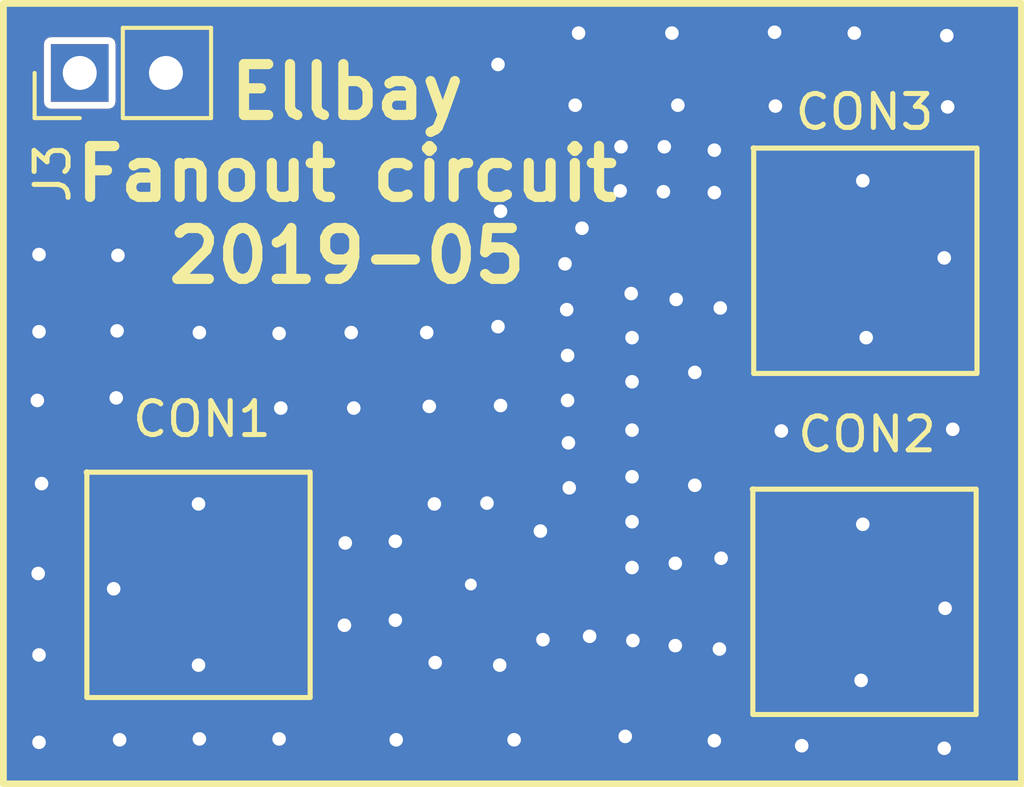
<source format=kicad_pcb>
(kicad_pcb (version 20171130) (host pcbnew "(5.0.1)-4")

  (general
    (thickness 1.6)
    (drawings 5)
    (tracks 279)
    (zones 0)
    (modules 7)
    (nets 6)
  )

  (page A4)
  (layers
    (0 F.Cu signal)
    (1 In1.Cu power)
    (2 In2.Cu power)
    (31 B.Cu signal)
    (32 B.Adhes user)
    (33 F.Adhes user)
    (34 B.Paste user)
    (35 F.Paste user)
    (36 B.SilkS user)
    (37 F.SilkS user)
    (38 B.Mask user)
    (39 F.Mask user)
    (40 Dwgs.User user)
    (41 Cmts.User user)
    (42 Eco1.User user)
    (43 Eco2.User user)
    (44 Edge.Cuts user)
    (45 Margin user)
    (46 B.CrtYd user)
    (47 F.CrtYd user)
    (48 B.Fab user)
    (49 F.Fab user)
  )

  (setup
    (last_trace_width 0.25)
    (user_trace_width 0.2)
    (trace_clearance 0.2)
    (zone_clearance 0.178)
    (zone_45_only no)
    (trace_min 0.2)
    (segment_width 0.2)
    (edge_width 0.15)
    (via_size 0.8)
    (via_drill 0.4)
    (via_min_size 0.3)
    (via_min_drill 0.2)
    (user_via 0.35 0.254)
    (uvia_size 0.3)
    (uvia_drill 0.1)
    (uvias_allowed no)
    (uvia_min_size 0.2)
    (uvia_min_drill 0.1)
    (pcb_text_width 0.3)
    (pcb_text_size 1.5 1.5)
    (mod_edge_width 0.15)
    (mod_text_size 1 1)
    (mod_text_width 0.15)
    (pad_size 0.6 0.6)
    (pad_drill 0.35)
    (pad_to_mask_clearance 0.051)
    (solder_mask_min_width 0.25)
    (aux_axis_origin 0 0)
    (visible_elements 7FFFFFFF)
    (pcbplotparams
      (layerselection 0x210f8_ffffffff)
      (usegerberextensions true)
      (usegerberattributes false)
      (usegerberadvancedattributes false)
      (creategerberjobfile false)
      (excludeedgelayer true)
      (linewidth 0.200000)
      (plotframeref false)
      (viasonmask true)
      (mode 1)
      (useauxorigin false)
      (hpglpennumber 1)
      (hpglpenspeed 20)
      (hpglpendiameter 15.000000)
      (psnegative false)
      (psa4output false)
      (plotreference false)
      (plotvalue false)
      (plotinvisibletext false)
      (padsonsilk true)
      (subtractmaskfromsilk false)
      (outputformat 1)
      (mirror false)
      (drillshape 0)
      (scaleselection 1)
      (outputdirectory ""))
  )

  (net 0 "")
  (net 1 GND)
  (net 2 "Net-(CON1-Pad1)")
  (net 3 "Net-(CON2-Pad1)")
  (net 4 /LO)
  (net 5 +5V)

  (net_class Default "This is the default net class."
    (clearance 0.2)
    (trace_width 0.25)
    (via_dia 0.8)
    (via_drill 0.4)
    (uvia_dia 0.3)
    (uvia_drill 0.1)
    (add_net +5V)
    (add_net /LO)
    (add_net GND)
    (add_net "Net-(CON1-Pad1)")
    (add_net "Net-(CON2-Pad1)")
  )

  (module EllBayInd-McFly:SMAConnector (layer F.Cu) (tedit 5CD220AB) (tstamp 5CDE93D6)
    (at 120.75 89.125)
    (path /5CD23CCA)
    (attr smd)
    (fp_text reference CON1 (at 0.1 -4.875) (layer F.SilkS)
      (effects (font (size 1 1) (thickness 0.15)))
    )
    (fp_text value RF_SMA (at 0.1016 -4.8006) (layer F.Fab) hide
      (effects (font (size 1 1) (thickness 0.15)))
    )
    (fp_line (start -3.29 -3.32) (end -3.29 3.33) (layer F.SilkS) (width 0.15))
    (fp_line (start -3.29 3.33) (end 3.29 3.33) (layer F.SilkS) (width 0.15))
    (fp_line (start 3.29 3.33) (end 3.29 -3.31) (layer F.SilkS) (width 0.15))
    (fp_line (start 3.29 -3.31) (end -3.31 -3.31) (layer F.SilkS) (width 0.15))
    (pad 2 smd rect (at 2.375 -2.375) (size 1.9 1.9) (layers F.Cu F.Paste F.Mask)
      (net 1 GND))
    (pad 2 smd rect (at 2.375 2.375) (size 1.9 1.9) (layers F.Cu F.Paste F.Mask)
      (net 1 GND))
    (pad 2 smd rect (at -2.375 2.375) (size 1.9 1.9) (layers F.Cu F.Paste F.Mask)
      (net 1 GND))
    (pad 2 smd rect (at -2.375 -2.375) (size 1.9 1.9) (layers F.Cu F.Paste F.Mask)
      (net 1 GND))
    (pad 1 smd rect (at 0 0) (size 1.5 1.5) (layers F.Cu F.Paste F.Mask)
      (net 2 "Net-(CON1-Pad1)"))
  )

  (module EllBayInd-McFly:SMAConnector (layer F.Cu) (tedit 5CD2209F) (tstamp 5CDE93E3)
    (at 140.375 89.625)
    (path /5CD23D86)
    (attr smd)
    (fp_text reference CON2 (at 0.075 -4.925) (layer F.SilkS)
      (effects (font (size 1 1) (thickness 0.15)))
    )
    (fp_text value RF_SMA (at 0.1016 -4.8006) (layer F.Fab) hide
      (effects (font (size 1 1) (thickness 0.15)))
    )
    (fp_line (start -3.29 -3.32) (end -3.29 3.33) (layer F.SilkS) (width 0.15))
    (fp_line (start -3.29 3.33) (end 3.29 3.33) (layer F.SilkS) (width 0.15))
    (fp_line (start 3.29 3.33) (end 3.29 -3.31) (layer F.SilkS) (width 0.15))
    (fp_line (start 3.29 -3.31) (end -3.31 -3.31) (layer F.SilkS) (width 0.15))
    (pad 2 smd rect (at 2.375 -2.375) (size 1.9 1.9) (layers F.Cu F.Paste F.Mask)
      (net 1 GND))
    (pad 2 smd rect (at 2.375 2.375) (size 1.9 1.9) (layers F.Cu F.Paste F.Mask)
      (net 1 GND))
    (pad 2 smd rect (at -2.375 2.375) (size 1.9 1.9) (layers F.Cu F.Paste F.Mask)
      (net 1 GND))
    (pad 2 smd rect (at -2.375 -2.375) (size 1.9 1.9) (layers F.Cu F.Paste F.Mask)
      (net 1 GND))
    (pad 1 smd rect (at 0 0) (size 1.5 1.5) (layers F.Cu F.Paste F.Mask)
      (net 3 "Net-(CON2-Pad1)"))
  )

  (module EllBayInd-McFly:SMAConnector (layer F.Cu) (tedit 5CD220A2) (tstamp 5CDE93F0)
    (at 140.4 79.575)
    (path /5CD23D56)
    (attr smd)
    (fp_text reference CON3 (at -0.025 -4.375) (layer F.SilkS)
      (effects (font (size 1 1) (thickness 0.15)))
    )
    (fp_text value RF_SMA (at 0.1016 -4.8006) (layer F.Fab) hide
      (effects (font (size 1 1) (thickness 0.15)))
    )
    (fp_line (start 3.29 -3.31) (end -3.31 -3.31) (layer F.SilkS) (width 0.15))
    (fp_line (start 3.29 3.33) (end 3.29 -3.31) (layer F.SilkS) (width 0.15))
    (fp_line (start -3.29 3.33) (end 3.29 3.33) (layer F.SilkS) (width 0.15))
    (fp_line (start -3.29 -3.32) (end -3.29 3.33) (layer F.SilkS) (width 0.15))
    (pad 1 smd rect (at 0 0) (size 1.5 1.5) (layers F.Cu F.Paste F.Mask)
      (net 4 /LO))
    (pad 2 smd rect (at -2.375 -2.375) (size 1.9 1.9) (layers F.Cu F.Paste F.Mask)
      (net 1 GND))
    (pad 2 smd rect (at -2.375 2.375) (size 1.9 1.9) (layers F.Cu F.Paste F.Mask)
      (net 1 GND))
    (pad 2 smd rect (at 2.375 2.375) (size 1.9 1.9) (layers F.Cu F.Paste F.Mask)
      (net 1 GND))
    (pad 2 smd rect (at 2.375 -2.375) (size 1.9 1.9) (layers F.Cu F.Paste F.Mask)
      (net 1 GND))
  )

  (module EllBayInd-McFly:.7_pinch_trace (layer F.Cu) (tedit 5C6B24E3) (tstamp 5CDE93FB)
    (at 132.66 79.65 90)
    (path /5CD240F5)
    (attr smd)
    (fp_text reference J1 (at 2.155 -0.49 90) (layer F.SilkS) hide
      (effects (font (size 1 1) (thickness 0.15)))
    )
    (fp_text value .7_pinch_trace (at 5.635 -2.07 90) (layer F.Fab) hide
      (effects (font (size 1 1) (thickness 0.15)))
    )
    (pad 1 smd rect (at -0.042 -0.063 90) (size 0.084 0.126) (layers F.Cu)
      (net 4 /LO))
    (pad 1 smd rect (at 0.063 0.042 90) (size 0.126 0.084) (layers F.Cu)
      (net 4 /LO))
    (pad 1 smd trapezoid (at 0.0316 -0.0305 225) (size 0.0904 0.0904) (rect_delta 0 0.0903 ) (layers F.Cu)
      (net 4 /LO))
    (pad 1 smd trapezoid (at -0.062 -0.1451 225) (size 0.061 0.061) (rect_delta 0 0.0609 ) (layers F.Cu)
      (net 4 /LO))
    (pad 1 smd trapezoid (at 0.145 0.0622 225) (size 0.061 0.061) (rect_delta 0 0.0609 ) (layers F.Cu)
      (net 4 /LO))
    (pad 1 smd rect (at -0.183 -0.105 90) (size 0.2 0.21) (layers F.Cu)
      (net 4 /LO))
    (pad 1 smd rect (at 0.105 0.1819 180) (size 0.2 0.21) (layers F.Cu)
      (net 4 /LO))
  )

  (module EllBayInd-McFly:.7_pinch_trace (layer F.Cu) (tedit 5C6B24E3) (tstamp 5CDE9406)
    (at 132.45 88.515 270)
    (path /5CD24125)
    (attr smd)
    (fp_text reference J2 (at 2.155 -0.49 270) (layer F.SilkS) hide
      (effects (font (size 1 1) (thickness 0.15)))
    )
    (fp_text value .7_pinch_trace (at 5.635 -2.07 270) (layer F.Fab) hide
      (effects (font (size 1 1) (thickness 0.15)))
    )
    (pad 1 smd rect (at 0.105 0.1819) (size 0.2 0.21) (layers F.Cu)
      (net 4 /LO))
    (pad 1 smd rect (at -0.183 -0.105 270) (size 0.2 0.21) (layers F.Cu)
      (net 4 /LO))
    (pad 1 smd trapezoid (at 0.145 0.0622 45) (size 0.061 0.061) (rect_delta 0 0.0609 ) (layers F.Cu)
      (net 4 /LO))
    (pad 1 smd trapezoid (at -0.062 -0.1451 45) (size 0.061 0.061) (rect_delta 0 0.0609 ) (layers F.Cu)
      (net 4 /LO))
    (pad 1 smd trapezoid (at 0.0316 -0.0305 45) (size 0.0904 0.0904) (rect_delta 0 0.0903 ) (layers F.Cu)
      (net 4 /LO))
    (pad 1 smd rect (at 0.063 0.042 270) (size 0.126 0.084) (layers F.Cu)
      (net 4 /LO))
    (pad 1 smd rect (at -0.042 -0.063 270) (size 0.084 0.126) (layers F.Cu)
      (net 4 /LO))
  )

  (module EllBayInd-McFly:EBI_fanout_cu_8p5 (layer F.Cu) (tedit 5CDF028A) (tstamp 5CDE9412)
    (at 130.305 89.125)
    (path /5CD23C33)
    (attr smd)
    (fp_text reference R1 (at -1.11 -2.86) (layer F.SilkS) hide
      (effects (font (size 1 1) (thickness 0.15)))
    )
    (fp_text value EBI_fanout_cu_8p5 (at 2.14 -4.88) (layer F.Fab) hide
      (effects (font (size 1 1) (thickness 0.15)))
    )
    (fp_arc (start -1.48 0) (end -0.104845 0.59782) (angle 314) (layer F.Cu) (width 0.4))
    (pad 1 smd rect (at -3.18 0) (size 0.5 0.21) (layers F.Cu)
      (net 2 "Net-(CON1-Pad1)"))
    (pad 2 smd rect (at 0.17 -0.505) (size 0.5 0.21) (layers F.Cu)
      (net 4 /LO))
    (pad 4 smd rect (at 0.17 0.505) (size 0.5 0.21) (layers F.Cu)
      (net 3 "Net-(CON2-Pad1)"))
    (pad 3 smd circle (at -1.48 0) (size 1.82 1.82) (layers F.Cu)
      (net 1 GND) (zone_connect 0))
    (pad 2 smd rect (at 0 -0.3) (size 0.3 0.4) (layers F.Cu F.Paste F.Mask)
      (net 4 /LO))
    (pad 4 smd rect (at 0 0.3) (size 0.3 0.4) (layers F.Cu F.Paste F.Mask)
      (net 3 "Net-(CON2-Pad1)"))
    (pad 3 thru_hole circle (at -1.53 0) (size 0.6 0.6) (drill 0.35) (layers *.Cu)
      (net 1 GND))
  )

  (module Connector_PinHeader_2.54mm:PinHeader_1x02_P2.54mm_Vertical (layer F.Cu) (tedit 5CE2FF12) (tstamp 5CEF869A)
    (at 117.25 74.05 90)
    (descr "Through hole straight pin header, 1x02, 2.54mm pitch, single row")
    (tags "Through hole pin header THT 1x02 2.54mm single row")
    (path /5CE2FD8B)
    (fp_text reference J3 (at -2.95 -0.8 90) (layer F.SilkS)
      (effects (font (size 1 1) (thickness 0.15)))
    )
    (fp_text value Conn_01x02_Male (at 0 4.87 90) (layer F.Fab) hide
      (effects (font (size 1 1) (thickness 0.15)))
    )
    (fp_line (start -0.635 -1.27) (end 1.27 -1.27) (layer F.Fab) (width 0.1))
    (fp_line (start 1.27 -1.27) (end 1.27 3.81) (layer F.Fab) (width 0.1))
    (fp_line (start 1.27 3.81) (end -1.27 3.81) (layer F.Fab) (width 0.1))
    (fp_line (start -1.27 3.81) (end -1.27 -0.635) (layer F.Fab) (width 0.1))
    (fp_line (start -1.27 -0.635) (end -0.635 -1.27) (layer F.Fab) (width 0.1))
    (fp_line (start -1.33 3.87) (end 1.33 3.87) (layer F.SilkS) (width 0.12))
    (fp_line (start -1.33 1.27) (end -1.33 3.87) (layer F.SilkS) (width 0.12))
    (fp_line (start 1.33 1.27) (end 1.33 3.87) (layer F.SilkS) (width 0.12))
    (fp_line (start -1.33 1.27) (end 1.33 1.27) (layer F.SilkS) (width 0.12))
    (fp_line (start -1.33 0) (end -1.33 -1.33) (layer F.SilkS) (width 0.12))
    (fp_line (start -1.33 -1.33) (end 0 -1.33) (layer F.SilkS) (width 0.12))
    (fp_line (start -1.8 -1.8) (end -1.8 4.35) (layer F.CrtYd) (width 0.05))
    (fp_line (start -1.8 4.35) (end 1.8 4.35) (layer F.CrtYd) (width 0.05))
    (fp_line (start 1.8 4.35) (end 1.8 -1.8) (layer F.CrtYd) (width 0.05))
    (fp_line (start 1.8 -1.8) (end -1.8 -1.8) (layer F.CrtYd) (width 0.05))
    (fp_text user %R (at 0 1.27 180) (layer F.Fab)
      (effects (font (size 1 1) (thickness 0.15)))
    )
    (pad 1 thru_hole rect (at 0 0 90) (size 1.7 1.7) (drill 1) (layers *.Cu *.Mask)
      (net 5 +5V))
    (pad 2 thru_hole oval (at 0 2.54 90) (size 1.7 1.7) (drill 1) (layers *.Cu *.Mask)
      (net 1 GND))
    (model ${KISYS3DMOD}/Connector_PinHeader_2.54mm.3dshapes/PinHeader_1x02_P2.54mm_Vertical.wrl
      (at (xyz 0 0 0))
      (scale (xyz 1 1 1))
      (rotate (xyz 0 0 0))
    )
  )

  (gr_text "Ellbay\nFanout circuit\n2019-05" (at 125.125 77.025) (layer F.SilkS)
    (effects (font (size 1.5 1.5) (thickness 0.3)))
  )
  (gr_line (start 145 72) (end 115 72) (layer F.SilkS) (width 0.2))
  (gr_line (start 145 95) (end 145 72) (layer F.SilkS) (width 0.2))
  (gr_line (start 115 95) (end 145 95) (layer F.SilkS) (width 0.2))
  (gr_line (start 115 72) (end 115 95) (layer F.SilkS) (width 0.2))

  (via (at 118.25 89.25) (size 0.8) (drill 0.4) (layers F.Cu B.Cu) (net 1))
  (segment (start 118.375 91.5) (end 118.375 89.375) (width 0.25) (layer F.Cu) (net 1))
  (segment (start 118.375 89.375) (end 118.25 89.25) (width 0.25) (layer F.Cu) (net 1))
  (segment (start 118.375 89.125) (end 118.25 89.25) (width 0.25) (layer F.Cu) (net 1))
  (segment (start 118.375 86.75) (end 118.375 89.125) (width 0.25) (layer F.Cu) (net 1))
  (via (at 120.75 91.5) (size 0.8) (drill 0.4) (layers F.Cu B.Cu) (net 1))
  (segment (start 118.375 91.5) (end 120.75 91.5) (width 0.25) (layer F.Cu) (net 1))
  (segment (start 123.125 91.5) (end 120.75 91.5) (width 0.25) (layer F.Cu) (net 1))
  (via (at 120.75 86.75) (size 0.8) (drill 0.4) (layers F.Cu B.Cu) (net 1))
  (segment (start 118.375 86.75) (end 120.75 86.75) (width 0.25) (layer F.Cu) (net 1))
  (segment (start 123.125 86.75) (end 120.75 86.75) (width 0.25) (layer F.Cu) (net 1))
  (via (at 125.075 87.9) (size 0.8) (drill 0.4) (layers F.Cu B.Cu) (net 1))
  (segment (start 125.075 87.5) (end 125.075 87.9) (width 0.25) (layer F.Cu) (net 1))
  (segment (start 123.125 86.75) (end 124.325 86.75) (width 0.25) (layer F.Cu) (net 1))
  (segment (start 124.325 86.75) (end 125.075 87.5) (width 0.25) (layer F.Cu) (net 1))
  (via (at 126.55 87.85) (size 0.8) (drill 0.4) (layers F.Cu B.Cu) (net 1))
  (segment (start 125.075 87.9) (end 126.5 87.9) (width 0.25) (layer B.Cu) (net 1))
  (segment (start 126.5 87.9) (end 126.55 87.85) (width 0.25) (layer B.Cu) (net 1))
  (via (at 127.7 86.75) (size 0.8) (drill 0.4) (layers F.Cu B.Cu) (net 1))
  (segment (start 126.55 87.85) (end 126.6 87.85) (width 0.25) (layer F.Cu) (net 1))
  (segment (start 126.6 87.85) (end 127.7 86.75) (width 0.25) (layer F.Cu) (net 1))
  (via (at 129.25 86.725) (size 0.8) (drill 0.4) (layers F.Cu B.Cu) (net 1))
  (segment (start 127.7 86.75) (end 129.225 86.75) (width 0.25) (layer B.Cu) (net 1))
  (segment (start 129.225 86.75) (end 129.25 86.725) (width 0.25) (layer B.Cu) (net 1))
  (via (at 130.825 87.55) (size 0.8) (drill 0.4) (layers F.Cu B.Cu) (net 1))
  (segment (start 129.25 86.725) (end 130 86.725) (width 0.25) (layer F.Cu) (net 1))
  (segment (start 130 86.725) (end 130.825 87.55) (width 0.25) (layer F.Cu) (net 1))
  (via (at 125.05 90.325) (size 0.8) (drill 0.4) (layers F.Cu B.Cu) (net 1))
  (segment (start 125.05 90.775) (end 125.05 90.325) (width 0.25) (layer F.Cu) (net 1))
  (segment (start 123.125 91.5) (end 124.325 91.5) (width 0.25) (layer F.Cu) (net 1))
  (segment (start 124.325 91.5) (end 125.05 90.775) (width 0.25) (layer F.Cu) (net 1))
  (via (at 126.55 90.175) (size 0.8) (drill 0.4) (layers F.Cu B.Cu) (net 1))
  (segment (start 125.05 90.325) (end 126.4 90.325) (width 0.25) (layer B.Cu) (net 1))
  (segment (start 126.4 90.325) (end 126.55 90.175) (width 0.25) (layer B.Cu) (net 1))
  (via (at 127.725 91.425) (size 0.8) (drill 0.4) (layers F.Cu B.Cu) (net 1))
  (segment (start 126.55 90.175) (end 126.55 90.25) (width 0.25) (layer F.Cu) (net 1))
  (segment (start 126.55 90.25) (end 127.725 91.425) (width 0.25) (layer F.Cu) (net 1))
  (via (at 129.625 91.5) (size 0.8) (drill 0.4) (layers F.Cu B.Cu) (net 1))
  (segment (start 127.725 91.425) (end 129.55 91.425) (width 0.25) (layer B.Cu) (net 1))
  (segment (start 129.55 91.425) (end 129.625 91.5) (width 0.25) (layer B.Cu) (net 1))
  (via (at 130.9 90.75) (size 0.8) (drill 0.4) (layers F.Cu B.Cu) (net 1))
  (segment (start 129.625 91.5) (end 130.15 91.5) (width 0.25) (layer F.Cu) (net 1))
  (segment (start 130.15 91.5) (end 130.9 90.75) (width 0.25) (layer F.Cu) (net 1))
  (via (at 134.475 76.225) (size 0.8) (drill 0.4) (layers F.Cu B.Cu) (net 1))
  (segment (start 134.5 76.2) (end 134.475 76.225) (width 0.25) (layer F.Cu) (net 1))
  (via (at 133.2 76.225) (size 0.8) (drill 0.4) (layers F.Cu B.Cu) (net 1))
  (segment (start 134.475 76.225) (end 133.2 76.225) (width 0.25) (layer B.Cu) (net 1))
  (via (at 133.175 77.525) (size 0.8) (drill 0.4) (layers F.Cu B.Cu) (net 1))
  (segment (start 133.2 76.225) (end 133.2 77.5) (width 0.25) (layer F.Cu) (net 1))
  (segment (start 133.2 77.5) (end 133.175 77.525) (width 0.25) (layer F.Cu) (net 1))
  (via (at 134.45 77.55) (size 0.8) (drill 0.4) (layers F.Cu B.Cu) (net 1))
  (segment (start 133.175 77.525) (end 134.425 77.525) (width 0.25) (layer B.Cu) (net 1))
  (segment (start 134.425 77.525) (end 134.45 77.55) (width 0.25) (layer B.Cu) (net 1))
  (via (at 135.95 77.575) (size 0.8) (drill 0.4) (layers F.Cu B.Cu) (net 1))
  (segment (start 134.45 77.55) (end 135.925 77.55) (width 0.25) (layer F.Cu) (net 1))
  (segment (start 135.925 77.55) (end 135.95 77.575) (width 0.25) (layer F.Cu) (net 1))
  (via (at 135.95 76.325) (size 0.8) (drill 0.4) (layers F.Cu B.Cu) (net 1))
  (segment (start 135.95 77.575) (end 135.95 76.325) (width 0.25) (layer B.Cu) (net 1))
  (via (at 140.325 77.225) (size 0.8) (drill 0.4) (layers F.Cu B.Cu) (net 1))
  (segment (start 138.025 77.2) (end 140.3 77.2) (width 0.25) (layer F.Cu) (net 1))
  (segment (start 140.3 77.2) (end 140.325 77.225) (width 0.25) (layer F.Cu) (net 1))
  (segment (start 140.35 77.2) (end 140.325 77.225) (width 0.25) (layer F.Cu) (net 1))
  (segment (start 142.775 77.2) (end 140.35 77.2) (width 0.25) (layer F.Cu) (net 1))
  (via (at 142.725 79.5) (size 0.8) (drill 0.4) (layers F.Cu B.Cu) (net 1))
  (segment (start 142.775 77.2) (end 142.775 79.45) (width 0.25) (layer F.Cu) (net 1))
  (segment (start 142.775 79.45) (end 142.725 79.5) (width 0.25) (layer F.Cu) (net 1))
  (segment (start 142.775 79.55) (end 142.725 79.5) (width 0.25) (layer F.Cu) (net 1))
  (segment (start 142.775 81.95) (end 142.775 79.55) (width 0.25) (layer F.Cu) (net 1))
  (via (at 140.425 81.85) (size 0.8) (drill 0.4) (layers F.Cu B.Cu) (net 1))
  (segment (start 142.775 81.95) (end 140.525 81.95) (width 0.25) (layer F.Cu) (net 1))
  (segment (start 140.525 81.95) (end 140.425 81.85) (width 0.25) (layer F.Cu) (net 1))
  (segment (start 140.325 81.95) (end 140.425 81.85) (width 0.25) (layer F.Cu) (net 1))
  (segment (start 138.025 81.95) (end 140.325 81.95) (width 0.25) (layer F.Cu) (net 1))
  (via (at 131.675 86.275) (size 0.8) (drill 0.4) (layers F.Cu B.Cu) (net 1))
  (segment (start 130.825 87.55) (end 130.825 87.125) (width 0.25) (layer F.Cu) (net 1))
  (segment (start 130.825 87.125) (end 131.675 86.275) (width 0.25) (layer F.Cu) (net 1))
  (via (at 131.65 84.95) (size 0.8) (drill 0.4) (layers F.Cu B.Cu) (net 1))
  (segment (start 131.675 86.275) (end 131.675 84.975) (width 0.25) (layer B.Cu) (net 1))
  (segment (start 131.675 84.975) (end 131.65 84.95) (width 0.25) (layer B.Cu) (net 1))
  (via (at 131.625 83.7) (size 0.8) (drill 0.4) (layers F.Cu B.Cu) (net 1))
  (segment (start 131.65 84.95) (end 131.65 83.725) (width 0.25) (layer F.Cu) (net 1))
  (segment (start 131.65 83.725) (end 131.625 83.7) (width 0.25) (layer F.Cu) (net 1))
  (via (at 131.625 82.375) (size 0.8) (drill 0.4) (layers F.Cu B.Cu) (net 1))
  (segment (start 131.625 83.7) (end 131.625 82.375) (width 0.25) (layer B.Cu) (net 1))
  (via (at 131.6 81.025) (size 0.8) (drill 0.4) (layers F.Cu B.Cu) (net 1))
  (segment (start 131.625 82.375) (end 131.625 81.05) (width 0.25) (layer F.Cu) (net 1))
  (segment (start 131.625 81.05) (end 131.6 81.025) (width 0.25) (layer F.Cu) (net 1))
  (via (at 131.55 79.675) (size 0.8) (drill 0.4) (layers F.Cu B.Cu) (net 1))
  (segment (start 131.6 81.025) (end 131.6 79.725) (width 0.25) (layer B.Cu) (net 1))
  (segment (start 131.6 79.725) (end 131.55 79.675) (width 0.25) (layer B.Cu) (net 1))
  (via (at 132.05 78.625) (size 0.8) (drill 0.4) (layers F.Cu B.Cu) (net 1))
  (segment (start 131.55 79.675) (end 131.55 79.125) (width 0.25) (layer F.Cu) (net 1))
  (segment (start 131.55 79.125) (end 132.05 78.625) (width 0.25) (layer F.Cu) (net 1))
  (via (at 132.275 90.65) (size 0.8) (drill 0.4) (layers F.Cu B.Cu) (net 1))
  (segment (start 130.9 90.75) (end 132.175 90.75) (width 0.25) (layer F.Cu) (net 1))
  (segment (start 132.175 90.75) (end 132.275 90.65) (width 0.25) (layer F.Cu) (net 1))
  (via (at 133.55 90.775) (size 0.8) (drill 0.4) (layers F.Cu B.Cu) (net 1))
  (segment (start 132.275 90.65) (end 133.425 90.65) (width 0.25) (layer B.Cu) (net 1))
  (segment (start 133.425 90.65) (end 133.55 90.775) (width 0.25) (layer B.Cu) (net 1))
  (via (at 134.8 90.925) (size 0.8) (drill 0.4) (layers F.Cu B.Cu) (net 1))
  (segment (start 133.55 90.775) (end 134.65 90.775) (width 0.25) (layer F.Cu) (net 1))
  (segment (start 134.65 90.775) (end 134.8 90.925) (width 0.25) (layer F.Cu) (net 1))
  (via (at 136.1 91.025) (size 0.8) (drill 0.4) (layers F.Cu B.Cu) (net 1))
  (segment (start 134.8 90.925) (end 136 90.925) (width 0.25) (layer B.Cu) (net 1))
  (segment (start 136 90.925) (end 136.1 91.025) (width 0.25) (layer B.Cu) (net 1))
  (segment (start 137.025 91.025) (end 138 92) (width 0.25) (layer F.Cu) (net 1))
  (segment (start 136.1 91.025) (end 137.025 91.025) (width 0.25) (layer F.Cu) (net 1))
  (via (at 140.275 91.95) (size 0.8) (drill 0.4) (layers F.Cu B.Cu) (net 1))
  (segment (start 138 92) (end 140.225 92) (width 0.25) (layer F.Cu) (net 1))
  (segment (start 140.225 92) (end 140.275 91.95) (width 0.25) (layer F.Cu) (net 1))
  (segment (start 140.325 92) (end 140.275 91.95) (width 0.25) (layer F.Cu) (net 1))
  (segment (start 142.75 92) (end 140.325 92) (width 0.25) (layer F.Cu) (net 1))
  (via (at 142.75 89.825) (size 0.8) (drill 0.4) (layers F.Cu B.Cu) (net 1))
  (segment (start 142.75 92) (end 142.75 89.825) (width 0.25) (layer F.Cu) (net 1))
  (segment (start 142.75 88.45) (end 142.75 89.825) (width 0.25) (layer F.Cu) (net 1))
  (segment (start 142.75 87.25) (end 142.75 88.45) (width 0.25) (layer F.Cu) (net 1))
  (via (at 140.325 87.35) (size 0.8) (drill 0.4) (layers F.Cu B.Cu) (net 1))
  (segment (start 142.75 87.25) (end 140.425 87.25) (width 0.25) (layer F.Cu) (net 1))
  (segment (start 140.425 87.25) (end 140.325 87.35) (width 0.25) (layer F.Cu) (net 1))
  (segment (start 140.225 87.25) (end 140.325 87.35) (width 0.25) (layer F.Cu) (net 1))
  (segment (start 138 87.25) (end 140.225 87.25) (width 0.25) (layer F.Cu) (net 1))
  (via (at 136.15 88.35) (size 0.8) (drill 0.4) (layers F.Cu B.Cu) (net 1))
  (segment (start 136.15 87.9) (end 136.15 88.35) (width 0.25) (layer F.Cu) (net 1))
  (segment (start 138 87.25) (end 136.8 87.25) (width 0.25) (layer F.Cu) (net 1))
  (segment (start 136.8 87.25) (end 136.15 87.9) (width 0.25) (layer F.Cu) (net 1))
  (via (at 134.8 88.5) (size 0.8) (drill 0.4) (layers F.Cu B.Cu) (net 1))
  (segment (start 136.15 88.35) (end 134.95 88.35) (width 0.25) (layer B.Cu) (net 1))
  (segment (start 134.95 88.35) (end 134.8 88.5) (width 0.25) (layer B.Cu) (net 1))
  (via (at 133.525 88.625) (size 0.8) (drill 0.4) (layers F.Cu B.Cu) (net 1))
  (segment (start 134.8 88.5) (end 133.65 88.5) (width 0.25) (layer F.Cu) (net 1))
  (segment (start 133.65 88.5) (end 133.525 88.625) (width 0.25) (layer F.Cu) (net 1))
  (via (at 133.525 87.275) (size 0.8) (drill 0.4) (layers F.Cu B.Cu) (net 1))
  (segment (start 133.525 88.625) (end 133.525 87.275) (width 0.25) (layer B.Cu) (net 1))
  (via (at 133.525 85.95) (size 0.8) (drill 0.4) (layers F.Cu B.Cu) (net 1))
  (segment (start 133.525 87.275) (end 133.525 85.95) (width 0.25) (layer F.Cu) (net 1))
  (via (at 133.525 84.575) (size 0.8) (drill 0.4) (layers F.Cu B.Cu) (net 1))
  (segment (start 133.525 85.95) (end 133.525 84.575) (width 0.25) (layer B.Cu) (net 1))
  (via (at 133.525 83.15) (size 0.8) (drill 0.4) (layers F.Cu B.Cu) (net 1))
  (segment (start 133.525 84.575) (end 133.525 83.15) (width 0.25) (layer F.Cu) (net 1))
  (via (at 133.525 81.85) (size 0.8) (drill 0.4) (layers F.Cu B.Cu) (net 1))
  (segment (start 133.525 83.15) (end 133.525 81.85) (width 0.25) (layer B.Cu) (net 1))
  (via (at 133.5 80.55) (size 0.8) (drill 0.4) (layers F.Cu B.Cu) (net 1))
  (segment (start 133.525 81.85) (end 133.525 80.575) (width 0.25) (layer F.Cu) (net 1))
  (segment (start 133.525 80.575) (end 133.5 80.55) (width 0.25) (layer F.Cu) (net 1))
  (via (at 134.825 80.725) (size 0.8) (drill 0.4) (layers F.Cu B.Cu) (net 1))
  (segment (start 133.5 80.55) (end 134.65 80.55) (width 0.25) (layer B.Cu) (net 1))
  (segment (start 134.65 80.55) (end 134.825 80.725) (width 0.25) (layer B.Cu) (net 1))
  (via (at 136.125 80.975) (size 0.8) (drill 0.4) (layers F.Cu B.Cu) (net 1))
  (segment (start 134.825 80.725) (end 135.875 80.725) (width 0.25) (layer F.Cu) (net 1))
  (segment (start 135.875 80.725) (end 136.125 80.975) (width 0.25) (layer F.Cu) (net 1))
  (segment (start 137.1 81.95) (end 136.125 80.975) (width 0.25) (layer F.Cu) (net 1))
  (segment (start 138.025 81.95) (end 137.1 81.95) (width 0.25) (layer F.Cu) (net 1))
  (via (at 120.775 81.7) (size 0.8) (drill 0.4) (layers F.Cu B.Cu) (net 1))
  (segment (start 120.75 86.75) (end 120.75 81.725) (width 0.25) (layer F.Cu) (net 1))
  (segment (start 120.75 81.725) (end 120.775 81.7) (width 0.25) (layer F.Cu) (net 1))
  (via (at 118.35 81.65) (size 0.8) (drill 0.4) (layers F.Cu B.Cu) (net 1))
  (segment (start 120.775 81.7) (end 118.4 81.7) (width 0.25) (layer B.Cu) (net 1))
  (segment (start 118.4 81.7) (end 118.35 81.65) (width 0.25) (layer B.Cu) (net 1))
  (via (at 116.05 81.675) (size 0.8) (drill 0.4) (layers F.Cu B.Cu) (net 1))
  (segment (start 118.35 81.65) (end 116.075 81.65) (width 0.25) (layer F.Cu) (net 1))
  (segment (start 116.075 81.65) (end 116.05 81.675) (width 0.25) (layer F.Cu) (net 1))
  (via (at 116 83.7) (size 0.8) (drill 0.4) (layers F.Cu B.Cu) (net 1))
  (segment (start 116.05 81.675) (end 116.05 83.65) (width 0.25) (layer B.Cu) (net 1))
  (segment (start 116.05 83.65) (end 116 83.7) (width 0.25) (layer B.Cu) (net 1))
  (via (at 118.325 83.625) (size 0.8) (drill 0.4) (layers F.Cu B.Cu) (net 1))
  (segment (start 116 83.7) (end 118.25 83.7) (width 0.25) (layer F.Cu) (net 1))
  (segment (start 118.25 83.7) (end 118.325 83.625) (width 0.25) (layer F.Cu) (net 1))
  (via (at 116.125 86.15) (size 0.8) (drill 0.4) (layers F.Cu B.Cu) (net 1))
  (segment (start 118.325 83.625) (end 116.125 85.825) (width 0.25) (layer B.Cu) (net 1))
  (segment (start 116.125 85.825) (end 116.125 86.15) (width 0.25) (layer B.Cu) (net 1))
  (via (at 116.025 88.8) (size 0.8) (drill 0.4) (layers F.Cu B.Cu) (net 1))
  (segment (start 116.125 86.15) (end 116.125 88.7) (width 0.25) (layer F.Cu) (net 1))
  (segment (start 116.125 88.7) (end 116.025 88.8) (width 0.25) (layer F.Cu) (net 1))
  (via (at 116.05 91.2) (size 0.8) (drill 0.4) (layers F.Cu B.Cu) (net 1))
  (segment (start 116.025 88.8) (end 116.025 91.175) (width 0.25) (layer B.Cu) (net 1))
  (segment (start 116.025 91.175) (end 116.05 91.2) (width 0.25) (layer B.Cu) (net 1))
  (via (at 116.05 93.775) (size 0.8) (drill 0.4) (layers F.Cu B.Cu) (net 1))
  (segment (start 116.05 91.2) (end 116.05 93.775) (width 0.25) (layer F.Cu) (net 1))
  (via (at 118.425 93.7) (size 0.8) (drill 0.4) (layers F.Cu B.Cu) (net 1))
  (segment (start 116.05 93.775) (end 118.35 93.775) (width 0.25) (layer B.Cu) (net 1))
  (segment (start 118.35 93.775) (end 118.425 93.7) (width 0.25) (layer B.Cu) (net 1))
  (via (at 120.775 93.675) (size 0.8) (drill 0.4) (layers F.Cu B.Cu) (net 1))
  (segment (start 118.425 93.7) (end 120.75 93.7) (width 0.25) (layer F.Cu) (net 1))
  (segment (start 120.75 93.7) (end 120.775 93.675) (width 0.25) (layer F.Cu) (net 1))
  (via (at 123.125 93.675) (size 0.8) (drill 0.4) (layers F.Cu B.Cu) (net 1))
  (segment (start 120.775 93.675) (end 123.125 93.675) (width 0.25) (layer B.Cu) (net 1))
  (via (at 126.575 93.7) (size 0.8) (drill 0.4) (layers F.Cu B.Cu) (net 1))
  (segment (start 123.125 93.675) (end 126.55 93.675) (width 0.25) (layer F.Cu) (net 1))
  (segment (start 126.55 93.675) (end 126.575 93.7) (width 0.25) (layer F.Cu) (net 1))
  (via (at 130.05 93.7) (size 0.8) (drill 0.4) (layers F.Cu B.Cu) (net 1))
  (segment (start 126.575 93.7) (end 130.05 93.7) (width 0.25) (layer B.Cu) (net 1))
  (via (at 133.325 93.6) (size 0.8) (drill 0.4) (layers F.Cu B.Cu) (net 1))
  (segment (start 130.05 93.7) (end 133.225 93.7) (width 0.25) (layer F.Cu) (net 1))
  (segment (start 133.225 93.7) (end 133.325 93.6) (width 0.25) (layer F.Cu) (net 1))
  (via (at 135.95 93.725) (size 0.8) (drill 0.4) (layers F.Cu B.Cu) (net 1))
  (segment (start 133.325 93.6) (end 135.825 93.6) (width 0.25) (layer B.Cu) (net 1))
  (segment (start 135.825 93.6) (end 135.95 93.725) (width 0.25) (layer B.Cu) (net 1))
  (via (at 138.525 93.875) (size 0.8) (drill 0.4) (layers F.Cu B.Cu) (net 1))
  (segment (start 135.95 93.725) (end 138.375 93.725) (width 0.25) (layer F.Cu) (net 1))
  (segment (start 138.375 93.725) (end 138.525 93.875) (width 0.25) (layer F.Cu) (net 1))
  (via (at 142.725 93.95) (size 0.8) (drill 0.4) (layers F.Cu B.Cu) (net 1))
  (segment (start 138.525 93.875) (end 142.65 93.875) (width 0.25) (layer B.Cu) (net 1))
  (segment (start 142.65 93.875) (end 142.725 93.95) (width 0.25) (layer B.Cu) (net 1))
  (via (at 137.75 75.025) (size 0.8) (drill 0.4) (layers F.Cu B.Cu) (net 1))
  (via (at 142.825 75.05) (size 0.8) (drill 0.4) (layers F.Cu B.Cu) (net 1))
  (segment (start 137.75 75.025) (end 142.8 75.025) (width 0.25) (layer F.Cu) (net 1))
  (segment (start 142.8 75.025) (end 142.825 75.05) (width 0.25) (layer F.Cu) (net 1))
  (via (at 142.8 72.95) (size 0.8) (drill 0.4) (layers F.Cu B.Cu) (net 1))
  (segment (start 142.825 75.05) (end 142.825 72.975) (width 0.25) (layer B.Cu) (net 1))
  (segment (start 142.825 72.975) (end 142.8 72.95) (width 0.25) (layer B.Cu) (net 1))
  (via (at 140.075 72.875) (size 0.8) (drill 0.4) (layers F.Cu B.Cu) (net 1))
  (segment (start 142.8 72.95) (end 140.15 72.95) (width 0.25) (layer F.Cu) (net 1))
  (segment (start 140.15 72.95) (end 140.075 72.875) (width 0.25) (layer F.Cu) (net 1))
  (via (at 137.725 72.85) (size 0.8) (drill 0.4) (layers F.Cu B.Cu) (net 1))
  (segment (start 140.075 72.875) (end 137.75 72.875) (width 0.25) (layer B.Cu) (net 1))
  (segment (start 137.75 72.875) (end 137.725 72.85) (width 0.25) (layer B.Cu) (net 1))
  (via (at 137.925 84.6) (size 0.8) (drill 0.4) (layers F.Cu B.Cu) (net 1))
  (segment (start 138.025 81.95) (end 138.025 84.5) (width 0.25) (layer F.Cu) (net 1))
  (segment (start 138.025 84.5) (end 137.925 84.6) (width 0.25) (layer F.Cu) (net 1))
  (via (at 142.975 84.55) (size 0.8) (drill 0.4) (layers F.Cu B.Cu) (net 1))
  (segment (start 137.925 84.6) (end 142.925 84.6) (width 0.25) (layer B.Cu) (net 1))
  (segment (start 142.925 84.6) (end 142.975 84.55) (width 0.25) (layer B.Cu) (net 1))
  (via (at 135.375 82.875) (size 0.8) (drill 0.4) (layers F.Cu B.Cu) (net 1))
  (segment (start 137.925 84.6) (end 137.1 84.6) (width 0.25) (layer F.Cu) (net 1))
  (segment (start 137.1 84.6) (end 135.375 82.875) (width 0.25) (layer F.Cu) (net 1))
  (via (at 135.375 86.2) (size 0.8) (drill 0.4) (layers F.Cu B.Cu) (net 1))
  (segment (start 135.375 82.875) (end 135.375 86.2) (width 0.25) (layer B.Cu) (net 1))
  (via (at 129.65 78.125) (size 0.8) (drill 0.4) (layers F.Cu B.Cu) (net 1))
  (via (at 129.575 73.8) (size 0.8) (drill 0.4) (layers F.Cu B.Cu) (net 1))
  (via (at 129.575 81.525) (size 0.8) (drill 0.4) (layers F.Cu B.Cu) (net 1))
  (via (at 129.65 83.85) (size 0.8) (drill 0.4) (layers F.Cu B.Cu) (net 1))
  (via (at 127.55 83.875) (size 0.8) (drill 0.4) (layers F.Cu B.Cu) (net 1))
  (via (at 127.475 81.7) (size 0.8) (drill 0.4) (layers F.Cu B.Cu) (net 1))
  (via (at 125.325 83.925) (size 0.8) (drill 0.4) (layers F.Cu B.Cu) (net 1))
  (via (at 125.25 81.7) (size 0.8) (drill 0.4) (layers F.Cu B.Cu) (net 1))
  (via (at 123.175 83.925) (size 0.8) (drill 0.4) (layers F.Cu B.Cu) (net 1))
  (via (at 123.125 81.725) (size 0.8) (drill 0.4) (layers F.Cu B.Cu) (net 1))
  (segment (start 129.575 78.2) (end 129.65 78.125) (width 0.25) (layer F.Cu) (net 1))
  (segment (start 129.625 83.875) (end 129.65 83.85) (width 0.25) (layer F.Cu) (net 1))
  (segment (start 127.475 83.8) (end 127.55 83.875) (width 0.25) (layer B.Cu) (net 1))
  (segment (start 129.575 81.525) (end 129.575 78.2) (width 0.25) (layer F.Cu) (net 1))
  (segment (start 129.65 73.875) (end 129.575 73.8) (width 0.25) (layer B.Cu) (net 1))
  (segment (start 125.325 83.925) (end 125.325 81.775) (width 0.25) (layer B.Cu) (net 1))
  (segment (start 129.65 83.85) (end 129.65 81.6) (width 0.25) (layer B.Cu) (net 1))
  (segment (start 129.65 78.125) (end 129.65 73.875) (width 0.25) (layer B.Cu) (net 1))
  (segment (start 127.55 83.875) (end 129.625 83.875) (width 0.25) (layer F.Cu) (net 1))
  (segment (start 127.475 81.7) (end 127.475 83.8) (width 0.25) (layer B.Cu) (net 1))
  (segment (start 125.25 81.7) (end 127.475 81.7) (width 0.25) (layer F.Cu) (net 1))
  (segment (start 129.65 81.6) (end 129.575 81.525) (width 0.25) (layer B.Cu) (net 1))
  (segment (start 125.325 81.775) (end 125.25 81.7) (width 0.25) (layer B.Cu) (net 1))
  (segment (start 123.175 83.925) (end 125.325 83.925) (width 0.25) (layer F.Cu) (net 1))
  (segment (start 123.125 83.875) (end 123.175 83.925) (width 0.25) (layer B.Cu) (net 1))
  (segment (start 123.125 81.725) (end 123.125 83.875) (width 0.25) (layer B.Cu) (net 1))
  (segment (start 123.1 81.7) (end 123.125 81.725) (width 0.25) (layer F.Cu) (net 1))
  (segment (start 120.775 81.7) (end 123.1 81.7) (width 0.25) (layer F.Cu) (net 1))
  (via (at 134.7 72.875) (size 0.8) (drill 0.4) (layers F.Cu B.Cu) (net 1))
  (segment (start 137.725 72.85) (end 134.725 72.85) (width 0.25) (layer F.Cu) (net 1))
  (segment (start 134.725 72.85) (end 134.7 72.875) (width 0.25) (layer F.Cu) (net 1))
  (via (at 131.95 72.875) (size 0.8) (drill 0.4) (layers F.Cu B.Cu) (net 1))
  (segment (start 134.7 72.875) (end 131.95 72.875) (width 0.25) (layer B.Cu) (net 1))
  (via (at 131.85 75) (size 0.8) (drill 0.4) (layers F.Cu B.Cu) (net 1))
  (segment (start 131.95 72.875) (end 131.95 74.9) (width 0.25) (layer F.Cu) (net 1))
  (segment (start 131.95 74.9) (end 131.85 75) (width 0.25) (layer F.Cu) (net 1))
  (via (at 134.875 75) (size 0.8) (drill 0.4) (layers F.Cu B.Cu) (net 1))
  (segment (start 131.85 75) (end 134.875 75) (width 0.25) (layer B.Cu) (net 1))
  (segment (start 137.725 75) (end 137.75 75.025) (width 0.25) (layer F.Cu) (net 1))
  (segment (start 134.875 75) (end 137.725 75) (width 0.25) (layer F.Cu) (net 1))
  (via (at 116.05 79.4) (size 0.8) (drill 0.4) (layers F.Cu B.Cu) (net 1))
  (segment (start 116.05 81.675) (end 116.05 79.4) (width 0.25) (layer B.Cu) (net 1))
  (via (at 118.375 79.425) (size 0.8) (drill 0.4) (layers F.Cu B.Cu) (net 1))
  (segment (start 116.05 79.4) (end 118.35 79.4) (width 0.25) (layer F.Cu) (net 1))
  (segment (start 118.35 79.4) (end 118.375 79.425) (width 0.25) (layer F.Cu) (net 1))
  (segment (start 120.75 89.125) (end 127.125 89.125) (width 0.25) (layer F.Cu) (net 2))
  (segment (start 140.37 89.63) (end 140.375 89.625) (width 0.25) (layer F.Cu) (net 3))
  (segment (start 130.475 89.63) (end 140.37 89.63) (width 0.21) (layer F.Cu) (net 3))
  (segment (start 130.475 88.62) (end 132.2531 88.62) (width 0.21) (layer F.Cu) (net 4))
  (segment (start 132.555 88.332) (end 132.555 79.848) (width 0.21) (layer F.Cu) (net 4))
  (segment (start 140.37 79.545) (end 140.4 79.575) (width 0.25) (layer F.Cu) (net 4))
  (segment (start 132.8419 79.545) (end 140.37 79.545) (width 0.21) (layer F.Cu) (net 4))

  (zone (net 1) (net_name GND) (layer B.Cu) (tstamp 5CDF03F4) (hatch edge 0.508)
    (connect_pads yes (clearance 0.178))
    (min_thickness 0.254)
    (fill yes (arc_segments 16) (thermal_gap 0.508) (thermal_bridge_width 0.508))
    (polygon
      (pts
        (xy 115 72) (xy 145 72) (xy 145 95) (xy 115 95)
      )
    )
    (filled_polygon
      (pts
        (xy 144.873 94.873) (xy 115.127 94.873) (xy 115.127 73.2) (xy 116.066594 73.2) (xy 116.066594 74.9)
        (xy 116.091973 75.027589) (xy 116.164246 75.135754) (xy 116.272411 75.208027) (xy 116.4 75.233406) (xy 118.1 75.233406)
        (xy 118.227589 75.208027) (xy 118.335754 75.135754) (xy 118.408027 75.027589) (xy 118.433406 74.9) (xy 118.433406 73.2)
        (xy 118.408027 73.072411) (xy 118.335754 72.964246) (xy 118.227589 72.891973) (xy 118.1 72.866594) (xy 116.4 72.866594)
        (xy 116.272411 72.891973) (xy 116.164246 72.964246) (xy 116.091973 73.072411) (xy 116.066594 73.2) (xy 115.127 73.2)
        (xy 115.127 72.127) (xy 144.873 72.127)
      )
    )
  )
  (zone (net 2) (net_name "Net-(CON1-Pad1)") (layer F.Cu) (tstamp 5CDF03F1) (hatch edge 0.508)
    (priority 1)
    (connect_pads yes (clearance 0.178))
    (min_thickness 0.254)
    (fill yes (arc_segments 16) (thermal_gap 0.508) (thermal_bridge_width 0.508))
    (polygon
      (pts
        (xy 120.6 88.4) (xy 121.5 88.375) (xy 127.15 88.975) (xy 127.225 88.625) (xy 127.5 88.65)
        (xy 127.525 89.925) (xy 127.35 89.9) (xy 127.15 89.25) (xy 121.5 89.875) (xy 120.525 89.85)
      )
    )
    (filled_polygon
      (pts
        (xy 126.817778 89.067434) (xy 126.811089 89.159716) (xy 121.49462 89.747821) (xy 120.658563 89.726383) (xy 120.720771 88.523694)
        (xy 121.495035 88.502187)
      )
    )
  )
  (zone (net 4) (net_name /LO) (layer F.Cu) (tstamp 5CDF03EE) (hatch edge 0.508)
    (priority 1)
    (connect_pads yes (clearance 0.178))
    (min_thickness 0.254)
    (fill yes (arc_segments 16) (thermal_gap 0.508) (thermal_bridge_width 0.508))
    (polygon
      (pts
        (xy 140.525 78.875) (xy 139.65 78.825) (xy 132.75 79.45) (xy 132.55 79.65) (xy 132.65 79.65)
        (xy 139.65 80.325) (xy 140.625 80.25)
      )
    )
    (filled_polygon
      (pts
        (xy 140.406424 78.995431) (xy 140.489161 80.133074) (xy 139.651236 80.19753) (xy 132.993125 79.555498) (xy 139.652117 78.952328)
      )
    )
  )
  (zone (net 0) (net_name "") (layer F.Mask) (tstamp 5CDF03EB) (hatch edge 0.508)
    (connect_pads yes (clearance 0.178))
    (min_thickness 0.254)
    (fill yes (arc_segments 16) (thermal_gap 0.508) (thermal_bridge_width 0.508))
    (polygon
      (pts
        (xy 124.2 88.675) (xy 124.175 89.6) (xy 126.9 89.275) (xy 126.9 88.95)
      )
    )
    (filled_polygon
      (pts
        (xy 126.773 89.064722) (xy 126.773 89.162247) (xy 124.305926 89.456485) (xy 124.323257 88.815211)
      )
    )
  )
  (zone (net 0) (net_name "") (layer F.Mask) (tstamp 5CDF03E8) (hatch edge 0.508)
    (connect_pads yes (clearance 0.178))
    (min_thickness 0.254)
    (fill yes (arc_segments 16) (thermal_gap 0.508) (thermal_bridge_width 0.508))
    (polygon
      (pts
        (xy 124.275 88.125) (xy 124.25 88.45) (xy 126.875 88.75) (xy 126.925 88.45)
      )
    )
    (filled_polygon
      (pts
        (xy 126.777929 88.559915) (xy 126.769561 88.610123) (xy 124.386012 88.337717) (xy 124.391434 88.267232)
      )
    )
  )
  (zone (net 1) (net_name GND) (layer F.Cu) (tstamp 5CDF03E5) (hatch edge 0.508)
    (connect_pads yes (clearance 0.178))
    (min_thickness 0.254)
    (fill yes (arc_segments 16) (thermal_gap 0.508) (thermal_bridge_width 0.508))
    (polygon
      (pts
        (xy 115 72) (xy 145 72) (xy 145 95) (xy 115 95)
      )
    )
    (filled_polygon
      (pts
        (xy 144.873 94.873) (xy 115.127 94.873) (xy 115.127 88.375) (xy 119.666594 88.375) (xy 119.666594 89.875)
        (xy 119.691973 90.002589) (xy 119.764246 90.110754) (xy 119.872411 90.183027) (xy 120 90.208406) (xy 121.5 90.208406)
        (xy 121.549969 90.198467) (xy 126.877954 89.609087) (xy 126.947713 89.873977) (xy 126.964727 89.911829) (xy 126.974982 89.952048)
        (xy 127.018663 90.031818) (xy 127.291534 90.441683) (xy 127.319892 90.471983) (xy 127.342621 90.506711) (xy 127.409785 90.568032)
        (xy 127.800706 90.86741) (xy 127.83735 90.886891) (xy 127.870102 90.912384) (xy 127.953508 90.948643) (xy 128.420328 91.105256)
        (xy 128.461307 91.111817) (xy 128.500552 91.125327) (xy 128.591204 91.132614) (xy 128.591206 91.132614) (xy 129.083585 91.129571)
        (xy 129.124479 91.122504) (xy 129.165983 91.122574) (xy 129.254108 91.100105) (xy 129.254111 91.100104) (xy 129.254113 91.100103)
        (xy 129.718959 90.937736) (xy 129.755359 90.917804) (xy 129.794651 90.904425) (xy 129.870747 90.854621) (xy 130.257939 90.550433)
        (xy 130.285923 90.519783) (xy 130.318758 90.494401) (xy 130.37462 90.422633) (xy 130.604183 90.068406) (xy 130.725 90.068406)
        (xy 130.757205 90.062) (xy 133.699646 90.062) (xy 139.575401 90.69854) (xy 139.625 90.708406) (xy 139.811746 90.708406)
        (xy 140.364106 90.726818) (xy 140.460949 90.708406) (xy 141.125 90.708406) (xy 141.252589 90.683027) (xy 141.360754 90.610754)
        (xy 141.433027 90.502589) (xy 141.458406 90.375) (xy 141.458406 88.875) (xy 141.433027 88.747411) (xy 141.360754 88.639246)
        (xy 141.252589 88.566973) (xy 141.125 88.541594) (xy 139.625 88.541594) (xy 139.575401 88.55146) (xy 133.607338 89.198)
        (xy 130.783035 89.198) (xy 130.768515 89.125) (xy 130.783035 89.052) (xy 132.135895 89.052) (xy 132.1681 89.058406)
        (xy 132.3681 89.058406) (xy 132.495689 89.033027) (xy 132.603854 88.960754) (xy 132.608216 88.954226) (xy 132.684063 88.878379)
        (xy 132.684328 88.878202) (xy 132.808684 88.753846) (xy 132.809323 88.753419) (xy 132.893446 88.669296) (xy 132.895754 88.667754)
        (xy 132.968027 88.559589) (xy 132.993406 88.432) (xy 132.993406 88.232) (xy 132.987 88.199795) (xy 132.987 80.011013)
        (xy 139.602291 80.648916) (xy 139.65 80.658406) (xy 141.15 80.658406) (xy 141.277589 80.633027) (xy 141.385754 80.560754)
        (xy 141.458027 80.452589) (xy 141.483406 80.325) (xy 141.483406 78.825) (xy 141.458027 78.697411) (xy 141.385754 78.589246)
        (xy 141.277589 78.516973) (xy 141.15 78.491594) (xy 139.65 78.491594) (xy 139.603227 78.500898) (xy 132.91634 79.106594)
        (xy 132.7419 79.106594) (xy 132.614311 79.131973) (xy 132.506146 79.204246) (xy 132.501784 79.210774) (xy 132.425937 79.286621)
        (xy 132.425672 79.286798) (xy 132.301316 79.411154) (xy 132.300677 79.411581) (xy 132.216554 79.495704) (xy 132.214246 79.497246)
        (xy 132.141973 79.605411) (xy 132.116594 79.733) (xy 132.116594 79.933) (xy 132.123001 79.96521) (xy 132.123 88.188)
        (xy 130.757205 88.188) (xy 130.725 88.181594) (xy 130.609881 88.181594) (xy 130.530595 88.034369) (xy 130.515432 88.014788)
        (xy 130.505276 87.992195) (xy 130.448531 87.921123) (xy 130.109256 87.564276) (xy 130.076111 87.539303) (xy 130.047749 87.508999)
        (xy 129.971048 87.460144) (xy 129.971043 87.46014) (xy 129.97104 87.460139) (xy 129.53447 87.232429) (xy 129.495022 87.219538)
        (xy 129.458373 87.200055) (xy 129.36998 87.178678) (xy 129.369977 87.178677) (xy 129.369976 87.178677) (xy 128.883182 87.104657)
        (xy 128.841685 87.105239) (xy 128.800703 87.098678) (xy 128.710147 87.107085) (xy 128.225622 87.194736) (xy 128.186551 87.208729)
        (xy 128.145652 87.215796) (xy 128.062701 87.253083) (xy 127.632691 87.492955) (xy 127.60026 87.518848) (xy 127.563854 87.538783)
        (xy 127.497453 87.600929) (xy 127.168325 87.967157) (xy 127.146031 88.002158) (xy 127.118045 88.03281) (xy 127.075354 88.113114)
        (xy 126.882599 88.566206) (xy 126.872843 88.606543) (xy 126.868611 88.616279) (xy 121.549257 88.051392) (xy 121.5 88.041594)
        (xy 120 88.041594) (xy 119.872411 88.066973) (xy 119.764246 88.139246) (xy 119.691973 88.247411) (xy 119.666594 88.375)
        (xy 115.127 88.375) (xy 115.127 73.2) (xy 116.066594 73.2) (xy 116.066594 74.9) (xy 116.091973 75.027589)
        (xy 116.164246 75.135754) (xy 116.272411 75.208027) (xy 116.4 75.233406) (xy 118.1 75.233406) (xy 118.227589 75.208027)
        (xy 118.335754 75.135754) (xy 118.408027 75.027589) (xy 118.433406 74.9) (xy 118.433406 73.2) (xy 118.408027 73.072411)
        (xy 118.335754 72.964246) (xy 118.227589 72.891973) (xy 118.1 72.866594) (xy 116.4 72.866594) (xy 116.272411 72.891973)
        (xy 116.164246 72.964246) (xy 116.091973 73.072411) (xy 116.066594 73.2) (xy 115.127 73.2) (xy 115.127 72.127)
        (xy 144.873 72.127)
      )
    )
  )
  (zone (net 0) (net_name "") (layer F.Mask) (tstamp 5CDF03E2) (hatch edge 0.508)
    (connect_pads yes (clearance 0.178))
    (min_thickness 0.2)
    (fill yes (arc_segments 16) (thermal_gap 0.508) (thermal_bridge_width 0.508))
    (polygon
      (pts
        (xy 130.65 88.475) (xy 130.65 88.775) (xy 132.175 88.775) (xy 132.175 88.475)
      )
    )
    (filled_polygon
      (pts
        (xy 132.075 88.675) (xy 130.75 88.675) (xy 130.75 88.575) (xy 132.075 88.575)
      )
    )
  )
  (zone (net 0) (net_name "") (layer F.Mask) (tstamp 5CDF03DF) (hatch edge 0.508)
    (connect_pads yes (clearance 0.178))
    (min_thickness 0.2)
    (fill yes (arc_segments 16) (thermal_gap 0.508) (thermal_bridge_width 0.508))
    (polygon
      (pts
        (xy 130.7 87.95) (xy 130.7 88.3) (xy 132.125 88.3) (xy 132.125 87.95)
      )
    )
    (filled_polygon
      (pts
        (xy 132.025 88.2) (xy 130.8 88.2) (xy 130.8 88.05) (xy 132.025 88.05)
      )
    )
  )
  (zone (net 0) (net_name "") (layer F.Mask) (tstamp 5CDF03DC) (hatch edge 0.508)
    (connect_pads yes (clearance 0.178))
    (min_thickness 0.254)
    (fill yes (arc_segments 16) (thermal_gap 0.508) (thermal_bridge_width 0.508))
    (polygon
      (pts
        (xy 132.425 87.85) (xy 132.425 79.975) (xy 132.7 79.975) (xy 132.7 87.85)
      )
    )
    (filled_polygon
      (pts
        (xy 132.573 87.723) (xy 132.552 87.723) (xy 132.552 80.102) (xy 132.573 80.102)
      )
    )
  )
  (zone (net 0) (net_name "") (layer F.Mask) (tstamp 5CDF03D9) (hatch edge 0.508)
    (connect_pads yes (clearance 0.178))
    (min_thickness 0.254)
    (fill yes (arc_segments 16) (thermal_gap 0.508) (thermal_bridge_width 0.508))
    (polygon
      (pts
        (xy 131.775 79.975) (xy 132.25 79.975) (xy 132.25 87.8) (xy 131.775 87.8)
      )
    )
    (filled_polygon
      (pts
        (xy 132.123 87.673) (xy 131.902 87.673) (xy 131.902 80.102) (xy 132.123 80.102)
      )
    )
  )
  (zone (net 0) (net_name "") (layer F.Mask) (tstamp 5CDF03D6) (hatch edge 0.508)
    (connect_pads yes (clearance 0.178))
    (min_thickness 0.254)
    (fill yes (arc_segments 16) (thermal_gap 0.508) (thermal_bridge_width 0.508))
    (polygon
      (pts
        (xy 133.175 79.425) (xy 137.075 79.075) (xy 137.05 80.075) (xy 133.175 79.7)
      )
    )
    (filled_polygon
      (pts
        (xy 136.926449 79.935451) (xy 133.302 79.584697) (xy 133.302 79.541113) (xy 136.94448 79.214224)
      )
    )
  )
  (zone (net 0) (net_name "") (layer F.Mask) (tstamp 5CDF03D3) (hatch edge 0.508)
    (connect_pads yes (clearance 0.178))
    (min_thickness 0.254)
    (fill yes (arc_segments 16) (thermal_gap 0.508) (thermal_bridge_width 0.508))
    (polygon
      (pts
        (xy 133.175 78.875) (xy 133.2 79.2) (xy 136.975 78.85) (xy 136.95 78.525)
      )
    )
    (filled_polygon
      (pts
        (xy 136.838785 78.735084) (xy 133.316732 79.061632) (xy 133.311215 78.989916) (xy 136.833268 78.663368)
      )
    )
  )
  (zone (net 3) (net_name "Net-(CON2-Pad1)") (layer F.Cu) (tstamp 5CDF03D0) (hatch edge 0.508)
    (priority 1)
    (connect_pads yes (clearance 0.178))
    (min_thickness 0.254)
    (fill yes (arc_segments 16) (thermal_gap 0.508) (thermal_bridge_width 0.508))
    (polygon
      (pts
        (xy 140.35 88.875) (xy 139.625 88.875) (xy 133.625 89.525) (xy 133.625 89.725) (xy 139.625 90.375)
        (xy 140.375 90.4)
      )
    )
    (filled_polygon
      (pts
        (xy 140.245829 90.268623) (xy 139.633957 90.248228) (xy 133.881087 89.625) (xy 139.631856 89.002) (xy 140.225065 89.002)
      )
    )
  )
  (zone (net 0) (net_name "") (layer F.Mask) (tstamp 5CDF03CD) (hatch edge 0.508)
    (connect_pads yes (clearance 0.178))
    (min_thickness 0.254)
    (fill yes (arc_segments 16) (thermal_gap 0.508) (thermal_bridge_width 0.508))
    (polygon
      (pts
        (xy 130.975 89.525) (xy 130.975 89.75) (xy 133.8 89.75) (xy 137 90.125) (xy 137 89.15)
        (xy 133.85 89.475) (xy 130.975 89.5)
      )
    )
    (filled_polygon
      (pts
        (xy 136.873 89.982248) (xy 133.814782 89.623863) (xy 133.8 89.623) (xy 131.435529 89.623) (xy 133.851104 89.601995)
        (xy 133.863034 89.601329) (xy 136.873 89.290777)
      )
    )
  )
  (zone (net 0) (net_name "") (layer F.Mask) (tstamp 5CDF03CA) (hatch edge 0.508)
    (connect_pads yes (clearance 0.178))
    (min_thickness 0.254)
    (fill yes (arc_segments 16) (thermal_gap 0.508) (thermal_bridge_width 0.508))
    (polygon
      (pts
        (xy 131.4 90.025) (xy 131.4 90.475) (xy 133.9 90.475) (xy 136.675 90.95) (xy 136.775 90.4)
        (xy 133.975 89.975)
      )
    )
    (filled_polygon
      (pts
        (xy 136.626657 90.505938) (xy 136.572534 90.803614) (xy 133.921427 90.349821) (xy 133.9 90.348) (xy 131.527 90.348)
        (xy 131.527 90.149558) (xy 133.966642 90.102186)
      )
    )
  )
  (zone (net 1) (net_name GND) (layer In1.Cu) (tstamp 0) (hatch edge 0.508)
    (connect_pads yes (clearance 0.178))
    (min_thickness 0.254)
    (fill yes (arc_segments 16) (thermal_gap 0.508) (thermal_bridge_width 0.508))
    (polygon
      (pts
        (xy 115 72) (xy 145 72) (xy 145 95) (xy 115 95)
      )
    )
    (filled_polygon
      (pts
        (xy 144.873 94.873) (xy 115.127 94.873) (xy 115.127 73.2) (xy 116.066594 73.2) (xy 116.066594 74.9)
        (xy 116.091973 75.027589) (xy 116.164246 75.135754) (xy 116.272411 75.208027) (xy 116.4 75.233406) (xy 118.1 75.233406)
        (xy 118.227589 75.208027) (xy 118.335754 75.135754) (xy 118.408027 75.027589) (xy 118.433406 74.9) (xy 118.433406 73.2)
        (xy 118.408027 73.072411) (xy 118.335754 72.964246) (xy 118.227589 72.891973) (xy 118.1 72.866594) (xy 116.4 72.866594)
        (xy 116.272411 72.891973) (xy 116.164246 72.964246) (xy 116.091973 73.072411) (xy 116.066594 73.2) (xy 115.127 73.2)
        (xy 115.127 72.127) (xy 144.873 72.127)
      )
    )
  )
  (zone (net 5) (net_name +5V) (layer In2.Cu) (tstamp 0) (hatch edge 0.508)
    (connect_pads yes (clearance 0.178))
    (min_thickness 0.254)
    (fill yes (arc_segments 16) (thermal_gap 0.508) (thermal_bridge_width 0.508))
    (polygon
      (pts
        (xy 115 72) (xy 145 72) (xy 145 95) (xy 115 95)
      )
    )
    (filled_polygon
      (pts
        (xy 137.313187 72.233679) (xy 137.108679 72.438187) (xy 136.998 72.705391) (xy 136.998 72.994609) (xy 137.108679 73.261813)
        (xy 137.313187 73.466321) (xy 137.580391 73.577) (xy 137.869609 73.577) (xy 138.136813 73.466321) (xy 138.341321 73.261813)
        (xy 138.452 72.994609) (xy 138.452 72.730391) (xy 139.348 72.730391) (xy 139.348 73.019609) (xy 139.458679 73.286813)
        (xy 139.663187 73.491321) (xy 139.930391 73.602) (xy 140.219609 73.602) (xy 140.486813 73.491321) (xy 140.691321 73.286813)
        (xy 140.802 73.019609) (xy 140.802 72.805391) (xy 142.073 72.805391) (xy 142.073 73.094609) (xy 142.183679 73.361813)
        (xy 142.388187 73.566321) (xy 142.655391 73.677) (xy 142.944609 73.677) (xy 143.211813 73.566321) (xy 143.416321 73.361813)
        (xy 143.527 73.094609) (xy 143.527 72.805391) (xy 143.416321 72.538187) (xy 143.211813 72.333679) (xy 142.944609 72.223)
        (xy 142.655391 72.223) (xy 142.388187 72.333679) (xy 142.183679 72.538187) (xy 142.073 72.805391) (xy 140.802 72.805391)
        (xy 140.802 72.730391) (xy 140.691321 72.463187) (xy 140.486813 72.258679) (xy 140.219609 72.148) (xy 139.930391 72.148)
        (xy 139.663187 72.258679) (xy 139.458679 72.463187) (xy 139.348 72.730391) (xy 138.452 72.730391) (xy 138.452 72.705391)
        (xy 138.341321 72.438187) (xy 138.136813 72.233679) (xy 137.879266 72.127) (xy 144.873 72.127) (xy 144.873 94.873)
        (xy 115.127 94.873) (xy 115.127 93.630391) (xy 115.323 93.630391) (xy 115.323 93.919609) (xy 115.433679 94.186813)
        (xy 115.638187 94.391321) (xy 115.905391 94.502) (xy 116.194609 94.502) (xy 116.461813 94.391321) (xy 116.666321 94.186813)
        (xy 116.777 93.919609) (xy 116.777 93.630391) (xy 116.745935 93.555391) (xy 117.698 93.555391) (xy 117.698 93.844609)
        (xy 117.808679 94.111813) (xy 118.013187 94.316321) (xy 118.280391 94.427) (xy 118.569609 94.427) (xy 118.836813 94.316321)
        (xy 119.041321 94.111813) (xy 119.152 93.844609) (xy 119.152 93.555391) (xy 119.141645 93.530391) (xy 120.048 93.530391)
        (xy 120.048 93.819609) (xy 120.158679 94.086813) (xy 120.363187 94.291321) (xy 120.630391 94.402) (xy 120.919609 94.402)
        (xy 121.186813 94.291321) (xy 121.391321 94.086813) (xy 121.502 93.819609) (xy 121.502 93.530391) (xy 122.398 93.530391)
        (xy 122.398 93.819609) (xy 122.508679 94.086813) (xy 122.713187 94.291321) (xy 122.980391 94.402) (xy 123.269609 94.402)
        (xy 123.536813 94.291321) (xy 123.741321 94.086813) (xy 123.852 93.819609) (xy 123.852 93.555391) (xy 125.848 93.555391)
        (xy 125.848 93.844609) (xy 125.958679 94.111813) (xy 126.163187 94.316321) (xy 126.430391 94.427) (xy 126.719609 94.427)
        (xy 126.986813 94.316321) (xy 127.191321 94.111813) (xy 127.302 93.844609) (xy 127.302 93.555391) (xy 129.323 93.555391)
        (xy 129.323 93.844609) (xy 129.433679 94.111813) (xy 129.638187 94.316321) (xy 129.905391 94.427) (xy 130.194609 94.427)
        (xy 130.461813 94.316321) (xy 130.666321 94.111813) (xy 130.777 93.844609) (xy 130.777 93.555391) (xy 130.735579 93.455391)
        (xy 132.598 93.455391) (xy 132.598 93.744609) (xy 132.708679 94.011813) (xy 132.913187 94.216321) (xy 133.180391 94.327)
        (xy 133.469609 94.327) (xy 133.736813 94.216321) (xy 133.941321 94.011813) (xy 134.052 93.744609) (xy 134.052 93.580391)
        (xy 135.223 93.580391) (xy 135.223 93.869609) (xy 135.333679 94.136813) (xy 135.538187 94.341321) (xy 135.805391 94.452)
        (xy 136.094609 94.452) (xy 136.361813 94.341321) (xy 136.566321 94.136813) (xy 136.677 93.869609) (xy 136.677 93.730391)
        (xy 137.798 93.730391) (xy 137.798 94.019609) (xy 137.908679 94.286813) (xy 138.113187 94.491321) (xy 138.380391 94.602)
        (xy 138.669609 94.602) (xy 138.936813 94.491321) (xy 139.141321 94.286813) (xy 139.252 94.019609) (xy 139.252 93.805391)
        (xy 141.998 93.805391) (xy 141.998 94.094609) (xy 142.108679 94.361813) (xy 142.313187 94.566321) (xy 142.580391 94.677)
        (xy 142.869609 94.677) (xy 143.136813 94.566321) (xy 143.341321 94.361813) (xy 143.452 94.094609) (xy 143.452 93.805391)
        (xy 143.341321 93.538187) (xy 143.136813 93.333679) (xy 142.869609 93.223) (xy 142.580391 93.223) (xy 142.313187 93.333679)
        (xy 142.108679 93.538187) (xy 141.998 93.805391) (xy 139.252 93.805391) (xy 139.252 93.730391) (xy 139.141321 93.463187)
        (xy 138.936813 93.258679) (xy 138.669609 93.148) (xy 138.380391 93.148) (xy 138.113187 93.258679) (xy 137.908679 93.463187)
        (xy 137.798 93.730391) (xy 136.677 93.730391) (xy 136.677 93.580391) (xy 136.566321 93.313187) (xy 136.361813 93.108679)
        (xy 136.094609 92.998) (xy 135.805391 92.998) (xy 135.538187 93.108679) (xy 135.333679 93.313187) (xy 135.223 93.580391)
        (xy 134.052 93.580391) (xy 134.052 93.455391) (xy 133.941321 93.188187) (xy 133.736813 92.983679) (xy 133.469609 92.873)
        (xy 133.180391 92.873) (xy 132.913187 92.983679) (xy 132.708679 93.188187) (xy 132.598 93.455391) (xy 130.735579 93.455391)
        (xy 130.666321 93.288187) (xy 130.461813 93.083679) (xy 130.194609 92.973) (xy 129.905391 92.973) (xy 129.638187 93.083679)
        (xy 129.433679 93.288187) (xy 129.323 93.555391) (xy 127.302 93.555391) (xy 127.191321 93.288187) (xy 126.986813 93.083679)
        (xy 126.719609 92.973) (xy 126.430391 92.973) (xy 126.163187 93.083679) (xy 125.958679 93.288187) (xy 125.848 93.555391)
        (xy 123.852 93.555391) (xy 123.852 93.530391) (xy 123.741321 93.263187) (xy 123.536813 93.058679) (xy 123.269609 92.948)
        (xy 122.980391 92.948) (xy 122.713187 93.058679) (xy 122.508679 93.263187) (xy 122.398 93.530391) (xy 121.502 93.530391)
        (xy 121.391321 93.263187) (xy 121.186813 93.058679) (xy 120.919609 92.948) (xy 120.630391 92.948) (xy 120.363187 93.058679)
        (xy 120.158679 93.263187) (xy 120.048 93.530391) (xy 119.141645 93.530391) (xy 119.041321 93.288187) (xy 118.836813 93.083679)
        (xy 118.569609 92.973) (xy 118.280391 92.973) (xy 118.013187 93.083679) (xy 117.808679 93.288187) (xy 117.698 93.555391)
        (xy 116.745935 93.555391) (xy 116.666321 93.363187) (xy 116.461813 93.158679) (xy 116.194609 93.048) (xy 115.905391 93.048)
        (xy 115.638187 93.158679) (xy 115.433679 93.363187) (xy 115.323 93.630391) (xy 115.127 93.630391) (xy 115.127 91.055391)
        (xy 115.323 91.055391) (xy 115.323 91.344609) (xy 115.433679 91.611813) (xy 115.638187 91.816321) (xy 115.905391 91.927)
        (xy 116.194609 91.927) (xy 116.461813 91.816321) (xy 116.666321 91.611813) (xy 116.772533 91.355391) (xy 120.023 91.355391)
        (xy 120.023 91.644609) (xy 120.133679 91.911813) (xy 120.338187 92.116321) (xy 120.605391 92.227) (xy 120.894609 92.227)
        (xy 121.161813 92.116321) (xy 121.366321 91.911813) (xy 121.477 91.644609) (xy 121.477 91.355391) (xy 121.445935 91.280391)
        (xy 126.998 91.280391) (xy 126.998 91.569609) (xy 127.108679 91.836813) (xy 127.313187 92.041321) (xy 127.580391 92.152)
        (xy 127.869609 92.152) (xy 128.136813 92.041321) (xy 128.341321 91.836813) (xy 128.452 91.569609) (xy 128.452 91.355391)
        (xy 128.898 91.355391) (xy 128.898 91.644609) (xy 129.008679 91.911813) (xy 129.213187 92.116321) (xy 129.480391 92.227)
        (xy 129.769609 92.227) (xy 130.036813 92.116321) (xy 130.241321 91.911813) (xy 130.285402 91.805391) (xy 139.548 91.805391)
        (xy 139.548 92.094609) (xy 139.658679 92.361813) (xy 139.863187 92.566321) (xy 140.130391 92.677) (xy 140.419609 92.677)
        (xy 140.686813 92.566321) (xy 140.891321 92.361813) (xy 141.002 92.094609) (xy 141.002 91.805391) (xy 140.891321 91.538187)
        (xy 140.686813 91.333679) (xy 140.419609 91.223) (xy 140.130391 91.223) (xy 139.863187 91.333679) (xy 139.658679 91.538187)
        (xy 139.548 91.805391) (xy 130.285402 91.805391) (xy 130.352 91.644609) (xy 130.352 91.355391) (xy 130.241321 91.088187)
        (xy 130.036813 90.883679) (xy 129.769609 90.773) (xy 129.480391 90.773) (xy 129.213187 90.883679) (xy 129.008679 91.088187)
        (xy 128.898 91.355391) (xy 128.452 91.355391) (xy 128.452 91.280391) (xy 128.341321 91.013187) (xy 128.136813 90.808679)
        (xy 127.869609 90.698) (xy 127.580391 90.698) (xy 127.313187 90.808679) (xy 127.108679 91.013187) (xy 126.998 91.280391)
        (xy 121.445935 91.280391) (xy 121.366321 91.088187) (xy 121.161813 90.883679) (xy 120.894609 90.773) (xy 120.605391 90.773)
        (xy 120.338187 90.883679) (xy 120.133679 91.088187) (xy 120.023 91.355391) (xy 116.772533 91.355391) (xy 116.777 91.344609)
        (xy 116.777 91.055391) (xy 116.666321 90.788187) (xy 116.461813 90.583679) (xy 116.194609 90.473) (xy 115.905391 90.473)
        (xy 115.638187 90.583679) (xy 115.433679 90.788187) (xy 115.323 91.055391) (xy 115.127 91.055391) (xy 115.127 90.180391)
        (xy 124.323 90.180391) (xy 124.323 90.469609) (xy 124.433679 90.736813) (xy 124.638187 90.941321) (xy 124.905391 91.052)
        (xy 125.194609 91.052) (xy 125.461813 90.941321) (xy 125.666321 90.736813) (xy 125.777 90.469609) (xy 125.777 90.180391)
        (xy 125.714869 90.030391) (xy 125.823 90.030391) (xy 125.823 90.319609) (xy 125.933679 90.586813) (xy 126.138187 90.791321)
        (xy 126.405391 90.902) (xy 126.694609 90.902) (xy 126.961813 90.791321) (xy 127.147743 90.605391) (xy 130.173 90.605391)
        (xy 130.173 90.894609) (xy 130.283679 91.161813) (xy 130.488187 91.366321) (xy 130.755391 91.477) (xy 131.044609 91.477)
        (xy 131.311813 91.366321) (xy 131.516321 91.161813) (xy 131.608211 90.939971) (xy 131.658679 91.061813) (xy 131.863187 91.266321)
        (xy 132.130391 91.377) (xy 132.419609 91.377) (xy 132.686813 91.266321) (xy 132.884661 91.068473) (xy 132.933679 91.186813)
        (xy 133.138187 91.391321) (xy 133.405391 91.502) (xy 133.694609 91.502) (xy 133.961813 91.391321) (xy 134.134661 91.218473)
        (xy 134.183679 91.336813) (xy 134.388187 91.541321) (xy 134.655391 91.652) (xy 134.944609 91.652) (xy 135.211813 91.541321)
        (xy 135.416321 91.336813) (xy 135.429289 91.305504) (xy 135.483679 91.436813) (xy 135.688187 91.641321) (xy 135.955391 91.752)
        (xy 136.244609 91.752) (xy 136.511813 91.641321) (xy 136.716321 91.436813) (xy 136.827 91.169609) (xy 136.827 90.880391)
        (xy 136.716321 90.613187) (xy 136.511813 90.408679) (xy 136.244609 90.298) (xy 135.955391 90.298) (xy 135.688187 90.408679)
        (xy 135.483679 90.613187) (xy 135.470711 90.644496) (xy 135.416321 90.513187) (xy 135.211813 90.308679) (xy 134.944609 90.198)
        (xy 134.655391 90.198) (xy 134.388187 90.308679) (xy 134.215339 90.481527) (xy 134.166321 90.363187) (xy 133.961813 90.158679)
        (xy 133.694609 90.048) (xy 133.405391 90.048) (xy 133.138187 90.158679) (xy 132.940339 90.356527) (xy 132.891321 90.238187)
        (xy 132.686813 90.033679) (xy 132.419609 89.923) (xy 132.130391 89.923) (xy 131.863187 90.033679) (xy 131.658679 90.238187)
        (xy 131.566789 90.460029) (xy 131.516321 90.338187) (xy 131.311813 90.133679) (xy 131.044609 90.023) (xy 130.755391 90.023)
        (xy 130.488187 90.133679) (xy 130.283679 90.338187) (xy 130.173 90.605391) (xy 127.147743 90.605391) (xy 127.166321 90.586813)
        (xy 127.277 90.319609) (xy 127.277 90.030391) (xy 127.166321 89.763187) (xy 126.961813 89.558679) (xy 126.694609 89.448)
        (xy 126.405391 89.448) (xy 126.138187 89.558679) (xy 125.933679 89.763187) (xy 125.823 90.030391) (xy 125.714869 90.030391)
        (xy 125.666321 89.913187) (xy 125.461813 89.708679) (xy 125.194609 89.598) (xy 124.905391 89.598) (xy 124.638187 89.708679)
        (xy 124.433679 89.913187) (xy 124.323 90.180391) (xy 115.127 90.180391) (xy 115.127 88.655391) (xy 115.298 88.655391)
        (xy 115.298 88.944609) (xy 115.408679 89.211813) (xy 115.613187 89.416321) (xy 115.880391 89.527) (xy 116.169609 89.527)
        (xy 116.436813 89.416321) (xy 116.641321 89.211813) (xy 116.685402 89.105391) (xy 117.523 89.105391) (xy 117.523 89.394609)
        (xy 117.633679 89.661813) (xy 117.838187 89.866321) (xy 118.105391 89.977) (xy 118.394609 89.977) (xy 118.661813 89.866321)
        (xy 118.866321 89.661813) (xy 118.977 89.394609) (xy 118.977 89.105391) (xy 118.933463 89.000282) (xy 128.148 89.000282)
        (xy 128.148 89.249718) (xy 128.243455 89.480167) (xy 128.419833 89.656545) (xy 128.650282 89.752) (xy 128.899718 89.752)
        (xy 129.072597 89.680391) (xy 142.023 89.680391) (xy 142.023 89.969609) (xy 142.133679 90.236813) (xy 142.338187 90.441321)
        (xy 142.605391 90.552) (xy 142.894609 90.552) (xy 143.161813 90.441321) (xy 143.366321 90.236813) (xy 143.477 89.969609)
        (xy 143.477 89.680391) (xy 143.366321 89.413187) (xy 143.161813 89.208679) (xy 142.894609 89.098) (xy 142.605391 89.098)
        (xy 142.338187 89.208679) (xy 142.133679 89.413187) (xy 142.023 89.680391) (xy 129.072597 89.680391) (xy 129.130167 89.656545)
        (xy 129.306545 89.480167) (xy 129.402 89.249718) (xy 129.402 89.000282) (xy 129.306545 88.769833) (xy 129.130167 88.593455)
        (xy 128.899718 88.498) (xy 128.650282 88.498) (xy 128.419833 88.593455) (xy 128.243455 88.769833) (xy 128.148 89.000282)
        (xy 118.933463 89.000282) (xy 118.866321 88.838187) (xy 118.661813 88.633679) (xy 118.394609 88.523) (xy 118.105391 88.523)
        (xy 117.838187 88.633679) (xy 117.633679 88.838187) (xy 117.523 89.105391) (xy 116.685402 89.105391) (xy 116.752 88.944609)
        (xy 116.752 88.655391) (xy 116.641321 88.388187) (xy 116.436813 88.183679) (xy 116.169609 88.073) (xy 115.880391 88.073)
        (xy 115.613187 88.183679) (xy 115.408679 88.388187) (xy 115.298 88.655391) (xy 115.127 88.655391) (xy 115.127 87.755391)
        (xy 124.348 87.755391) (xy 124.348 88.044609) (xy 124.458679 88.311813) (xy 124.663187 88.516321) (xy 124.930391 88.627)
        (xy 125.219609 88.627) (xy 125.486813 88.516321) (xy 125.691321 88.311813) (xy 125.802 88.044609) (xy 125.802 87.755391)
        (xy 125.78129 87.705391) (xy 125.823 87.705391) (xy 125.823 87.994609) (xy 125.933679 88.261813) (xy 126.138187 88.466321)
        (xy 126.405391 88.577) (xy 126.694609 88.577) (xy 126.961813 88.466321) (xy 127.166321 88.261813) (xy 127.277 87.994609)
        (xy 127.277 87.705391) (xy 127.166321 87.438187) (xy 126.961813 87.233679) (xy 126.694609 87.123) (xy 126.405391 87.123)
        (xy 126.138187 87.233679) (xy 125.933679 87.438187) (xy 125.823 87.705391) (xy 125.78129 87.705391) (xy 125.691321 87.488187)
        (xy 125.486813 87.283679) (xy 125.219609 87.173) (xy 124.930391 87.173) (xy 124.663187 87.283679) (xy 124.458679 87.488187)
        (xy 124.348 87.755391) (xy 115.127 87.755391) (xy 115.127 86.005391) (xy 115.398 86.005391) (xy 115.398 86.294609)
        (xy 115.508679 86.561813) (xy 115.713187 86.766321) (xy 115.980391 86.877) (xy 116.269609 86.877) (xy 116.536813 86.766321)
        (xy 116.697743 86.605391) (xy 120.023 86.605391) (xy 120.023 86.894609) (xy 120.133679 87.161813) (xy 120.338187 87.366321)
        (xy 120.605391 87.477) (xy 120.894609 87.477) (xy 121.161813 87.366321) (xy 121.366321 87.161813) (xy 121.477 86.894609)
        (xy 121.477 86.605391) (xy 126.973 86.605391) (xy 126.973 86.894609) (xy 127.083679 87.161813) (xy 127.288187 87.366321)
        (xy 127.555391 87.477) (xy 127.844609 87.477) (xy 128.111813 87.366321) (xy 128.316321 87.161813) (xy 128.427 86.894609)
        (xy 128.427 86.605391) (xy 128.416645 86.580391) (xy 128.523 86.580391) (xy 128.523 86.869609) (xy 128.633679 87.136813)
        (xy 128.838187 87.341321) (xy 129.105391 87.452) (xy 129.394609 87.452) (xy 129.507133 87.405391) (xy 130.098 87.405391)
        (xy 130.098 87.694609) (xy 130.208679 87.961813) (xy 130.413187 88.166321) (xy 130.680391 88.277) (xy 130.969609 88.277)
        (xy 131.236813 88.166321) (xy 131.441321 87.961813) (xy 131.552 87.694609) (xy 131.552 87.405391) (xy 131.441321 87.138187)
        (xy 131.236813 86.933679) (xy 130.969609 86.823) (xy 130.680391 86.823) (xy 130.413187 86.933679) (xy 130.208679 87.138187)
        (xy 130.098 87.405391) (xy 129.507133 87.405391) (xy 129.661813 87.341321) (xy 129.866321 87.136813) (xy 129.977 86.869609)
        (xy 129.977 86.580391) (xy 129.866321 86.313187) (xy 129.661813 86.108679) (xy 129.394609 85.998) (xy 129.105391 85.998)
        (xy 128.838187 86.108679) (xy 128.633679 86.313187) (xy 128.523 86.580391) (xy 128.416645 86.580391) (xy 128.316321 86.338187)
        (xy 128.111813 86.133679) (xy 127.844609 86.023) (xy 127.555391 86.023) (xy 127.288187 86.133679) (xy 127.083679 86.338187)
        (xy 126.973 86.605391) (xy 121.477 86.605391) (xy 121.366321 86.338187) (xy 121.161813 86.133679) (xy 120.894609 86.023)
        (xy 120.605391 86.023) (xy 120.338187 86.133679) (xy 120.133679 86.338187) (xy 120.023 86.605391) (xy 116.697743 86.605391)
        (xy 116.741321 86.561813) (xy 116.852 86.294609) (xy 116.852 86.005391) (xy 116.741321 85.738187) (xy 116.536813 85.533679)
        (xy 116.269609 85.423) (xy 115.980391 85.423) (xy 115.713187 85.533679) (xy 115.508679 85.738187) (xy 115.398 86.005391)
        (xy 115.127 86.005391) (xy 115.127 83.555391) (xy 115.273 83.555391) (xy 115.273 83.844609) (xy 115.383679 84.111813)
        (xy 115.588187 84.316321) (xy 115.855391 84.427) (xy 116.144609 84.427) (xy 116.411813 84.316321) (xy 116.616321 84.111813)
        (xy 116.727 83.844609) (xy 116.727 83.555391) (xy 116.695935 83.480391) (xy 117.598 83.480391) (xy 117.598 83.769609)
        (xy 117.708679 84.036813) (xy 117.913187 84.241321) (xy 118.180391 84.352) (xy 118.469609 84.352) (xy 118.736813 84.241321)
        (xy 118.941321 84.036813) (xy 119.047533 83.780391) (xy 122.448 83.780391) (xy 122.448 84.069609) (xy 122.558679 84.336813)
        (xy 122.763187 84.541321) (xy 123.030391 84.652) (xy 123.319609 84.652) (xy 123.586813 84.541321) (xy 123.791321 84.336813)
        (xy 123.902 84.069609) (xy 123.902 83.780391) (xy 124.598 83.780391) (xy 124.598 84.069609) (xy 124.708679 84.336813)
        (xy 124.913187 84.541321) (xy 125.180391 84.652) (xy 125.469609 84.652) (xy 125.736813 84.541321) (xy 125.941321 84.336813)
        (xy 126.052 84.069609) (xy 126.052 83.780391) (xy 126.03129 83.730391) (xy 126.823 83.730391) (xy 126.823 84.019609)
        (xy 126.933679 84.286813) (xy 127.138187 84.491321) (xy 127.405391 84.602) (xy 127.694609 84.602) (xy 127.961813 84.491321)
        (xy 128.166321 84.286813) (xy 128.277 84.019609) (xy 128.277 83.730391) (xy 128.266645 83.705391) (xy 128.923 83.705391)
        (xy 128.923 83.994609) (xy 129.033679 84.261813) (xy 129.238187 84.466321) (xy 129.505391 84.577) (xy 129.794609 84.577)
        (xy 130.061813 84.466321) (xy 130.266321 84.261813) (xy 130.377 83.994609) (xy 130.377 83.705391) (xy 130.266321 83.438187)
        (xy 130.061813 83.233679) (xy 129.794609 83.123) (xy 129.505391 83.123) (xy 129.238187 83.233679) (xy 129.033679 83.438187)
        (xy 128.923 83.705391) (xy 128.266645 83.705391) (xy 128.166321 83.463187) (xy 127.961813 83.258679) (xy 127.694609 83.148)
        (xy 127.405391 83.148) (xy 127.138187 83.258679) (xy 126.933679 83.463187) (xy 126.823 83.730391) (xy 126.03129 83.730391)
        (xy 125.941321 83.513187) (xy 125.736813 83.308679) (xy 125.469609 83.198) (xy 125.180391 83.198) (xy 124.913187 83.308679)
        (xy 124.708679 83.513187) (xy 124.598 83.780391) (xy 123.902 83.780391) (xy 123.791321 83.513187) (xy 123.586813 83.308679)
        (xy 123.319609 83.198) (xy 123.030391 83.198) (xy 122.763187 83.308679) (xy 122.558679 83.513187) (xy 122.448 83.780391)
        (xy 119.047533 83.780391) (xy 119.052 83.769609) (xy 119.052 83.480391) (xy 118.941321 83.213187) (xy 118.736813 83.008679)
        (xy 118.469609 82.898) (xy 118.180391 82.898) (xy 117.913187 83.008679) (xy 117.708679 83.213187) (xy 117.598 83.480391)
        (xy 116.695935 83.480391) (xy 116.616321 83.288187) (xy 116.411813 83.083679) (xy 116.144609 82.973) (xy 115.855391 82.973)
        (xy 115.588187 83.083679) (xy 115.383679 83.288187) (xy 115.273 83.555391) (xy 115.127 83.555391) (xy 115.127 81.530391)
        (xy 115.323 81.530391) (xy 115.323 81.819609) (xy 115.433679 82.086813) (xy 115.638187 82.291321) (xy 115.905391 82.402)
        (xy 116.194609 82.402) (xy 116.461813 82.291321) (xy 116.666321 82.086813) (xy 116.777 81.819609) (xy 116.777 81.530391)
        (xy 116.766645 81.505391) (xy 117.623 81.505391) (xy 117.623 81.794609) (xy 117.733679 82.061813) (xy 117.938187 82.266321)
        (xy 118.205391 82.377) (xy 118.494609 82.377) (xy 118.761813 82.266321) (xy 118.966321 82.061813) (xy 119.077 81.794609)
        (xy 119.077 81.555391) (xy 120.048 81.555391) (xy 120.048 81.844609) (xy 120.158679 82.111813) (xy 120.363187 82.316321)
        (xy 120.630391 82.427) (xy 120.919609 82.427) (xy 121.186813 82.316321) (xy 121.391321 82.111813) (xy 121.502 81.844609)
        (xy 121.502 81.580391) (xy 122.398 81.580391) (xy 122.398 81.869609) (xy 122.508679 82.136813) (xy 122.713187 82.341321)
        (xy 122.980391 82.452) (xy 123.269609 82.452) (xy 123.536813 82.341321) (xy 123.741321 82.136813) (xy 123.852 81.869609)
        (xy 123.852 81.580391) (xy 123.841645 81.555391) (xy 124.523 81.555391) (xy 124.523 81.844609) (xy 124.633679 82.111813)
        (xy 124.838187 82.316321) (xy 125.105391 82.427) (xy 125.394609 82.427) (xy 125.661813 82.316321) (xy 125.866321 82.111813)
        (xy 125.977 81.844609) (xy 125.977 81.555391) (xy 126.748 81.555391) (xy 126.748 81.844609) (xy 126.858679 82.111813)
        (xy 127.063187 82.316321) (xy 127.330391 82.427) (xy 127.619609 82.427) (xy 127.886813 82.316321) (xy 128.091321 82.111813)
        (xy 128.202 81.844609) (xy 128.202 81.555391) (xy 128.129513 81.380391) (xy 128.848 81.380391) (xy 128.848 81.669609)
        (xy 128.958679 81.936813) (xy 129.163187 82.141321) (xy 129.430391 82.252) (xy 129.719609 82.252) (xy 129.986813 82.141321)
        (xy 130.191321 81.936813) (xy 130.302 81.669609) (xy 130.302 81.380391) (xy 130.191321 81.113187) (xy 129.986813 80.908679)
        (xy 129.719609 80.798) (xy 129.430391 80.798) (xy 129.163187 80.908679) (xy 128.958679 81.113187) (xy 128.848 81.380391)
        (xy 128.129513 81.380391) (xy 128.091321 81.288187) (xy 127.886813 81.083679) (xy 127.619609 80.973) (xy 127.330391 80.973)
        (xy 127.063187 81.083679) (xy 126.858679 81.288187) (xy 126.748 81.555391) (xy 125.977 81.555391) (xy 125.866321 81.288187)
        (xy 125.661813 81.083679) (xy 125.394609 80.973) (xy 125.105391 80.973) (xy 124.838187 81.083679) (xy 124.633679 81.288187)
        (xy 124.523 81.555391) (xy 123.841645 81.555391) (xy 123.741321 81.313187) (xy 123.536813 81.108679) (xy 123.269609 80.998)
        (xy 122.980391 80.998) (xy 122.713187 81.108679) (xy 122.508679 81.313187) (xy 122.398 81.580391) (xy 121.502 81.580391)
        (xy 121.502 81.555391) (xy 121.391321 81.288187) (xy 121.186813 81.083679) (xy 120.919609 80.973) (xy 120.630391 80.973)
        (xy 120.363187 81.083679) (xy 120.158679 81.288187) (xy 120.048 81.555391) (xy 119.077 81.555391) (xy 119.077 81.505391)
        (xy 118.966321 81.238187) (xy 118.761813 81.033679) (xy 118.494609 80.923) (xy 118.205391 80.923) (xy 117.938187 81.033679)
        (xy 117.733679 81.238187) (xy 117.623 81.505391) (xy 116.766645 81.505391) (xy 116.666321 81.263187) (xy 116.461813 81.058679)
        (xy 116.194609 80.948) (xy 115.905391 80.948) (xy 115.638187 81.058679) (xy 115.433679 81.263187) (xy 115.323 81.530391)
        (xy 115.127 81.530391) (xy 115.127 79.255391) (xy 115.323 79.255391) (xy 115.323 79.544609) (xy 115.433679 79.811813)
        (xy 115.638187 80.016321) (xy 115.905391 80.127) (xy 116.194609 80.127) (xy 116.461813 80.016321) (xy 116.666321 79.811813)
        (xy 116.777 79.544609) (xy 116.777 79.280391) (xy 117.648 79.280391) (xy 117.648 79.569609) (xy 117.758679 79.836813)
        (xy 117.963187 80.041321) (xy 118.230391 80.152) (xy 118.519609 80.152) (xy 118.786813 80.041321) (xy 118.991321 79.836813)
        (xy 119.102 79.569609) (xy 119.102 79.530391) (xy 130.823 79.530391) (xy 130.823 79.819609) (xy 130.933679 80.086813)
        (xy 131.138187 80.291321) (xy 131.304851 80.360355) (xy 131.188187 80.408679) (xy 130.983679 80.613187) (xy 130.873 80.880391)
        (xy 130.873 81.169609) (xy 130.983679 81.436813) (xy 131.188187 81.641321) (xy 131.342351 81.705178) (xy 131.213187 81.758679)
        (xy 131.008679 81.963187) (xy 130.898 82.230391) (xy 130.898 82.519609) (xy 131.008679 82.786813) (xy 131.213187 82.991321)
        (xy 131.324673 83.0375) (xy 131.213187 83.083679) (xy 131.008679 83.288187) (xy 130.898 83.555391) (xy 130.898 83.844609)
        (xy 131.008679 84.111813) (xy 131.213187 84.316321) (xy 131.24664 84.330178) (xy 131.238187 84.333679) (xy 131.033679 84.538187)
        (xy 130.923 84.805391) (xy 130.923 85.094609) (xy 131.033679 85.361813) (xy 131.238187 85.566321) (xy 131.362173 85.617678)
        (xy 131.263187 85.658679) (xy 131.058679 85.863187) (xy 130.948 86.130391) (xy 130.948 86.419609) (xy 131.058679 86.686813)
        (xy 131.263187 86.891321) (xy 131.530391 87.002) (xy 131.819609 87.002) (xy 132.086813 86.891321) (xy 132.291321 86.686813)
        (xy 132.402 86.419609) (xy 132.402 86.130391) (xy 132.291321 85.863187) (xy 132.086813 85.658679) (xy 131.962827 85.607322)
        (xy 132.061813 85.566321) (xy 132.266321 85.361813) (xy 132.377 85.094609) (xy 132.377 84.805391) (xy 132.266321 84.538187)
        (xy 132.061813 84.333679) (xy 132.02836 84.319822) (xy 132.036813 84.316321) (xy 132.241321 84.111813) (xy 132.352 83.844609)
        (xy 132.352 83.555391) (xy 132.241321 83.288187) (xy 132.036813 83.083679) (xy 131.925327 83.0375) (xy 132.036813 82.991321)
        (xy 132.241321 82.786813) (xy 132.352 82.519609) (xy 132.352 82.230391) (xy 132.241321 81.963187) (xy 132.036813 81.758679)
        (xy 131.882649 81.694822) (xy 132.011813 81.641321) (xy 132.216321 81.436813) (xy 132.327 81.169609) (xy 132.327 80.880391)
        (xy 132.216321 80.613187) (xy 132.011813 80.408679) (xy 132.003876 80.405391) (xy 132.773 80.405391) (xy 132.773 80.694609)
        (xy 132.883679 80.961813) (xy 133.088187 81.166321) (xy 133.181996 81.205178) (xy 133.113187 81.233679) (xy 132.908679 81.438187)
        (xy 132.798 81.705391) (xy 132.798 81.994609) (xy 132.908679 82.261813) (xy 133.113187 82.466321) (xy 133.194496 82.5)
        (xy 133.113187 82.533679) (xy 132.908679 82.738187) (xy 132.798 83.005391) (xy 132.798 83.294609) (xy 132.908679 83.561813)
        (xy 133.113187 83.766321) (xy 133.345385 83.8625) (xy 133.113187 83.958679) (xy 132.908679 84.163187) (xy 132.798 84.430391)
        (xy 132.798 84.719609) (xy 132.908679 84.986813) (xy 133.113187 85.191321) (xy 133.285029 85.2625) (xy 133.113187 85.333679)
        (xy 132.908679 85.538187) (xy 132.798 85.805391) (xy 132.798 86.094609) (xy 132.908679 86.361813) (xy 133.113187 86.566321)
        (xy 133.224673 86.6125) (xy 133.113187 86.658679) (xy 132.908679 86.863187) (xy 132.798 87.130391) (xy 132.798 87.419609)
        (xy 132.908679 87.686813) (xy 133.113187 87.891321) (xy 133.254851 87.95) (xy 133.113187 88.008679) (xy 132.908679 88.213187)
        (xy 132.798 88.480391) (xy 132.798 88.769609) (xy 132.908679 89.036813) (xy 133.113187 89.241321) (xy 133.380391 89.352)
        (xy 133.669609 89.352) (xy 133.936813 89.241321) (xy 134.141321 89.036813) (xy 134.190339 88.918473) (xy 134.388187 89.116321)
        (xy 134.655391 89.227) (xy 134.944609 89.227) (xy 135.211813 89.116321) (xy 135.416321 88.911813) (xy 135.506066 88.695149)
        (xy 135.533679 88.761813) (xy 135.738187 88.966321) (xy 136.005391 89.077) (xy 136.294609 89.077) (xy 136.561813 88.966321)
        (xy 136.766321 88.761813) (xy 136.877 88.494609) (xy 136.877 88.205391) (xy 136.766321 87.938187) (xy 136.561813 87.733679)
        (xy 136.294609 87.623) (xy 136.005391 87.623) (xy 135.738187 87.733679) (xy 135.533679 87.938187) (xy 135.443934 88.154851)
        (xy 135.416321 88.088187) (xy 135.211813 87.883679) (xy 134.944609 87.773) (xy 134.655391 87.773) (xy 134.388187 87.883679)
        (xy 134.183679 88.088187) (xy 134.134661 88.206527) (xy 133.936813 88.008679) (xy 133.795149 87.95) (xy 133.936813 87.891321)
        (xy 134.141321 87.686813) (xy 134.252 87.419609) (xy 134.252 87.205391) (xy 139.598 87.205391) (xy 139.598 87.494609)
        (xy 139.708679 87.761813) (xy 139.913187 87.966321) (xy 140.180391 88.077) (xy 140.469609 88.077) (xy 140.736813 87.966321)
        (xy 140.941321 87.761813) (xy 141.052 87.494609) (xy 141.052 87.205391) (xy 140.941321 86.938187) (xy 140.736813 86.733679)
        (xy 140.469609 86.623) (xy 140.180391 86.623) (xy 139.913187 86.733679) (xy 139.708679 86.938187) (xy 139.598 87.205391)
        (xy 134.252 87.205391) (xy 134.252 87.130391) (xy 134.141321 86.863187) (xy 133.936813 86.658679) (xy 133.825327 86.6125)
        (xy 133.936813 86.566321) (xy 134.141321 86.361813) (xy 134.252 86.094609) (xy 134.252 86.055391) (xy 134.648 86.055391)
        (xy 134.648 86.344609) (xy 134.758679 86.611813) (xy 134.963187 86.816321) (xy 135.230391 86.927) (xy 135.519609 86.927)
        (xy 135.786813 86.816321) (xy 135.991321 86.611813) (xy 136.102 86.344609) (xy 136.102 86.055391) (xy 135.991321 85.788187)
        (xy 135.786813 85.583679) (xy 135.519609 85.473) (xy 135.230391 85.473) (xy 134.963187 85.583679) (xy 134.758679 85.788187)
        (xy 134.648 86.055391) (xy 134.252 86.055391) (xy 134.252 85.805391) (xy 134.141321 85.538187) (xy 133.936813 85.333679)
        (xy 133.764971 85.2625) (xy 133.936813 85.191321) (xy 134.141321 84.986813) (xy 134.252 84.719609) (xy 134.252 84.455391)
        (xy 137.198 84.455391) (xy 137.198 84.744609) (xy 137.308679 85.011813) (xy 137.513187 85.216321) (xy 137.780391 85.327)
        (xy 138.069609 85.327) (xy 138.336813 85.216321) (xy 138.541321 85.011813) (xy 138.652 84.744609) (xy 138.652 84.455391)
        (xy 138.63129 84.405391) (xy 142.248 84.405391) (xy 142.248 84.694609) (xy 142.358679 84.961813) (xy 142.563187 85.166321)
        (xy 142.830391 85.277) (xy 143.119609 85.277) (xy 143.386813 85.166321) (xy 143.591321 84.961813) (xy 143.702 84.694609)
        (xy 143.702 84.405391) (xy 143.591321 84.138187) (xy 143.386813 83.933679) (xy 143.119609 83.823) (xy 142.830391 83.823)
        (xy 142.563187 83.933679) (xy 142.358679 84.138187) (xy 142.248 84.405391) (xy 138.63129 84.405391) (xy 138.541321 84.188187)
        (xy 138.336813 83.983679) (xy 138.069609 83.873) (xy 137.780391 83.873) (xy 137.513187 83.983679) (xy 137.308679 84.188187)
        (xy 137.198 84.455391) (xy 134.252 84.455391) (xy 134.252 84.430391) (xy 134.141321 84.163187) (xy 133.936813 83.958679)
        (xy 133.704615 83.8625) (xy 133.936813 83.766321) (xy 134.141321 83.561813) (xy 134.252 83.294609) (xy 134.252 83.005391)
        (xy 134.141321 82.738187) (xy 134.133525 82.730391) (xy 134.648 82.730391) (xy 134.648 83.019609) (xy 134.758679 83.286813)
        (xy 134.963187 83.491321) (xy 135.230391 83.602) (xy 135.519609 83.602) (xy 135.786813 83.491321) (xy 135.991321 83.286813)
        (xy 136.102 83.019609) (xy 136.102 82.730391) (xy 135.991321 82.463187) (xy 135.786813 82.258679) (xy 135.519609 82.148)
        (xy 135.230391 82.148) (xy 134.963187 82.258679) (xy 134.758679 82.463187) (xy 134.648 82.730391) (xy 134.133525 82.730391)
        (xy 133.936813 82.533679) (xy 133.855504 82.5) (xy 133.936813 82.466321) (xy 134.141321 82.261813) (xy 134.252 81.994609)
        (xy 134.252 81.705391) (xy 139.698 81.705391) (xy 139.698 81.994609) (xy 139.808679 82.261813) (xy 140.013187 82.466321)
        (xy 140.280391 82.577) (xy 140.569609 82.577) (xy 140.836813 82.466321) (xy 141.041321 82.261813) (xy 141.152 81.994609)
        (xy 141.152 81.705391) (xy 141.041321 81.438187) (xy 140.836813 81.233679) (xy 140.569609 81.123) (xy 140.280391 81.123)
        (xy 140.013187 81.233679) (xy 139.808679 81.438187) (xy 139.698 81.705391) (xy 134.252 81.705391) (xy 134.141321 81.438187)
        (xy 133.936813 81.233679) (xy 133.843004 81.194822) (xy 133.911813 81.166321) (xy 134.116321 80.961813) (xy 134.126256 80.937827)
        (xy 134.208679 81.136813) (xy 134.413187 81.341321) (xy 134.680391 81.452) (xy 134.969609 81.452) (xy 135.236813 81.341321)
        (xy 135.415727 81.162407) (xy 135.508679 81.386813) (xy 135.713187 81.591321) (xy 135.980391 81.702) (xy 136.269609 81.702)
        (xy 136.536813 81.591321) (xy 136.741321 81.386813) (xy 136.852 81.119609) (xy 136.852 80.830391) (xy 136.741321 80.563187)
        (xy 136.536813 80.358679) (xy 136.269609 80.248) (xy 135.980391 80.248) (xy 135.713187 80.358679) (xy 135.534273 80.537593)
        (xy 135.441321 80.313187) (xy 135.236813 80.108679) (xy 134.969609 79.998) (xy 134.680391 79.998) (xy 134.413187 80.108679)
        (xy 134.208679 80.313187) (xy 134.198744 80.337173) (xy 134.116321 80.138187) (xy 133.911813 79.933679) (xy 133.644609 79.823)
        (xy 133.355391 79.823) (xy 133.088187 79.933679) (xy 132.883679 80.138187) (xy 132.773 80.405391) (xy 132.003876 80.405391)
        (xy 131.845149 80.339645) (xy 131.961813 80.291321) (xy 132.166321 80.086813) (xy 132.277 79.819609) (xy 132.277 79.530391)
        (xy 132.204514 79.355391) (xy 141.998 79.355391) (xy 141.998 79.644609) (xy 142.108679 79.911813) (xy 142.313187 80.116321)
        (xy 142.580391 80.227) (xy 142.869609 80.227) (xy 143.136813 80.116321) (xy 143.341321 79.911813) (xy 143.452 79.644609)
        (xy 143.452 79.355391) (xy 143.341321 79.088187) (xy 143.136813 78.883679) (xy 142.869609 78.773) (xy 142.580391 78.773)
        (xy 142.313187 78.883679) (xy 142.108679 79.088187) (xy 141.998 79.355391) (xy 132.204514 79.355391) (xy 132.201864 79.348995)
        (xy 132.461813 79.241321) (xy 132.666321 79.036813) (xy 132.777 78.769609) (xy 132.777 78.480391) (xy 132.666321 78.213187)
        (xy 132.461813 78.008679) (xy 132.194609 77.898) (xy 131.905391 77.898) (xy 131.638187 78.008679) (xy 131.433679 78.213187)
        (xy 131.323 78.480391) (xy 131.323 78.769609) (xy 131.398136 78.951005) (xy 131.138187 79.058679) (xy 130.933679 79.263187)
        (xy 130.823 79.530391) (xy 119.102 79.530391) (xy 119.102 79.280391) (xy 118.991321 79.013187) (xy 118.786813 78.808679)
        (xy 118.519609 78.698) (xy 118.230391 78.698) (xy 117.963187 78.808679) (xy 117.758679 79.013187) (xy 117.648 79.280391)
        (xy 116.777 79.280391) (xy 116.777 79.255391) (xy 116.666321 78.988187) (xy 116.461813 78.783679) (xy 116.194609 78.673)
        (xy 115.905391 78.673) (xy 115.638187 78.783679) (xy 115.433679 78.988187) (xy 115.323 79.255391) (xy 115.127 79.255391)
        (xy 115.127 77.980391) (xy 128.923 77.980391) (xy 128.923 78.269609) (xy 129.033679 78.536813) (xy 129.238187 78.741321)
        (xy 129.505391 78.852) (xy 129.794609 78.852) (xy 130.061813 78.741321) (xy 130.266321 78.536813) (xy 130.377 78.269609)
        (xy 130.377 77.980391) (xy 130.266321 77.713187) (xy 130.061813 77.508679) (xy 129.794609 77.398) (xy 129.505391 77.398)
        (xy 129.238187 77.508679) (xy 129.033679 77.713187) (xy 128.923 77.980391) (xy 115.127 77.980391) (xy 115.127 77.380391)
        (xy 132.448 77.380391) (xy 132.448 77.669609) (xy 132.558679 77.936813) (xy 132.763187 78.141321) (xy 133.030391 78.252)
        (xy 133.319609 78.252) (xy 133.586813 78.141321) (xy 133.791321 77.936813) (xy 133.807322 77.898182) (xy 133.833679 77.961813)
        (xy 134.038187 78.166321) (xy 134.305391 78.277) (xy 134.594609 78.277) (xy 134.861813 78.166321) (xy 135.066321 77.961813)
        (xy 135.177 77.694609) (xy 135.177 77.405391) (xy 135.066321 77.138187) (xy 134.861813 76.933679) (xy 134.762827 76.892678)
        (xy 134.886813 76.841321) (xy 135.091321 76.636813) (xy 135.202 76.369609) (xy 135.202 76.180391) (xy 135.223 76.180391)
        (xy 135.223 76.469609) (xy 135.333679 76.736813) (xy 135.538187 76.941321) (xy 135.55914 76.95) (xy 135.538187 76.958679)
        (xy 135.333679 77.163187) (xy 135.223 77.430391) (xy 135.223 77.719609) (xy 135.333679 77.986813) (xy 135.538187 78.191321)
        (xy 135.805391 78.302) (xy 136.094609 78.302) (xy 136.361813 78.191321) (xy 136.566321 77.986813) (xy 136.677 77.719609)
        (xy 136.677 77.430391) (xy 136.566321 77.163187) (xy 136.483525 77.080391) (xy 139.598 77.080391) (xy 139.598 77.369609)
        (xy 139.708679 77.636813) (xy 139.913187 77.841321) (xy 140.180391 77.952) (xy 140.469609 77.952) (xy 140.736813 77.841321)
        (xy 140.941321 77.636813) (xy 141.052 77.369609) (xy 141.052 77.080391) (xy 140.941321 76.813187) (xy 140.736813 76.608679)
        (xy 140.469609 76.498) (xy 140.180391 76.498) (xy 139.913187 76.608679) (xy 139.708679 76.813187) (xy 139.598 77.080391)
        (xy 136.483525 77.080391) (xy 136.361813 76.958679) (xy 136.34086 76.95) (xy 136.361813 76.941321) (xy 136.566321 76.736813)
        (xy 136.677 76.469609) (xy 136.677 76.180391) (xy 136.566321 75.913187) (xy 136.361813 75.708679) (xy 136.094609 75.598)
        (xy 135.805391 75.598) (xy 135.538187 75.708679) (xy 135.333679 75.913187) (xy 135.223 76.180391) (xy 135.202 76.180391)
        (xy 135.202 76.080391) (xy 135.091321 75.813187) (xy 135.005134 75.727) (xy 135.019609 75.727) (xy 135.286813 75.616321)
        (xy 135.491321 75.411813) (xy 135.602 75.144609) (xy 135.602 74.880391) (xy 137.023 74.880391) (xy 137.023 75.169609)
        (xy 137.133679 75.436813) (xy 137.338187 75.641321) (xy 137.605391 75.752) (xy 137.894609 75.752) (xy 138.161813 75.641321)
        (xy 138.366321 75.436813) (xy 138.477 75.169609) (xy 138.477 74.905391) (xy 142.098 74.905391) (xy 142.098 75.194609)
        (xy 142.208679 75.461813) (xy 142.413187 75.666321) (xy 142.680391 75.777) (xy 142.969609 75.777) (xy 143.236813 75.666321)
        (xy 143.441321 75.461813) (xy 143.552 75.194609) (xy 143.552 74.905391) (xy 143.441321 74.638187) (xy 143.236813 74.433679)
        (xy 142.969609 74.323) (xy 142.680391 74.323) (xy 142.413187 74.433679) (xy 142.208679 74.638187) (xy 142.098 74.905391)
        (xy 138.477 74.905391) (xy 138.477 74.880391) (xy 138.366321 74.613187) (xy 138.161813 74.408679) (xy 137.894609 74.298)
        (xy 137.605391 74.298) (xy 137.338187 74.408679) (xy 137.133679 74.613187) (xy 137.023 74.880391) (xy 135.602 74.880391)
        (xy 135.602 74.855391) (xy 135.491321 74.588187) (xy 135.286813 74.383679) (xy 135.019609 74.273) (xy 134.730391 74.273)
        (xy 134.463187 74.383679) (xy 134.258679 74.588187) (xy 134.148 74.855391) (xy 134.148 75.144609) (xy 134.258679 75.411813)
        (xy 134.344866 75.498) (xy 134.330391 75.498) (xy 134.063187 75.608679) (xy 133.858679 75.813187) (xy 133.8375 75.864318)
        (xy 133.816321 75.813187) (xy 133.611813 75.608679) (xy 133.344609 75.498) (xy 133.055391 75.498) (xy 132.788187 75.608679)
        (xy 132.583679 75.813187) (xy 132.473 76.080391) (xy 132.473 76.369609) (xy 132.583679 76.636813) (xy 132.788187 76.841321)
        (xy 132.856996 76.869822) (xy 132.763187 76.908679) (xy 132.558679 77.113187) (xy 132.448 77.380391) (xy 115.127 77.380391)
        (xy 115.127 74.05) (xy 118.589942 74.05) (xy 118.681291 74.509242) (xy 118.941431 74.898569) (xy 119.330758 75.158709)
        (xy 119.67408 75.227) (xy 119.90592 75.227) (xy 120.249242 75.158709) (xy 120.638569 74.898569) (xy 120.667419 74.855391)
        (xy 131.123 74.855391) (xy 131.123 75.144609) (xy 131.233679 75.411813) (xy 131.438187 75.616321) (xy 131.705391 75.727)
        (xy 131.994609 75.727) (xy 132.261813 75.616321) (xy 132.466321 75.411813) (xy 132.577 75.144609) (xy 132.577 74.855391)
        (xy 132.466321 74.588187) (xy 132.261813 74.383679) (xy 131.994609 74.273) (xy 131.705391 74.273) (xy 131.438187 74.383679)
        (xy 131.233679 74.588187) (xy 131.123 74.855391) (xy 120.667419 74.855391) (xy 120.898709 74.509242) (xy 120.990058 74.05)
        (xy 120.911566 73.655391) (xy 128.848 73.655391) (xy 128.848 73.944609) (xy 128.958679 74.211813) (xy 129.163187 74.416321)
        (xy 129.430391 74.527) (xy 129.719609 74.527) (xy 129.986813 74.416321) (xy 130.191321 74.211813) (xy 130.302 73.944609)
        (xy 130.302 73.655391) (xy 130.191321 73.388187) (xy 129.986813 73.183679) (xy 129.719609 73.073) (xy 129.430391 73.073)
        (xy 129.163187 73.183679) (xy 128.958679 73.388187) (xy 128.848 73.655391) (xy 120.911566 73.655391) (xy 120.898709 73.590758)
        (xy 120.638569 73.201431) (xy 120.249242 72.941291) (xy 119.90592 72.873) (xy 119.67408 72.873) (xy 119.330758 72.941291)
        (xy 118.941431 73.201431) (xy 118.681291 73.590758) (xy 118.589942 74.05) (xy 115.127 74.05) (xy 115.127 72.730391)
        (xy 131.223 72.730391) (xy 131.223 73.019609) (xy 131.333679 73.286813) (xy 131.538187 73.491321) (xy 131.805391 73.602)
        (xy 132.094609 73.602) (xy 132.361813 73.491321) (xy 132.566321 73.286813) (xy 132.677 73.019609) (xy 132.677 72.730391)
        (xy 133.973 72.730391) (xy 133.973 73.019609) (xy 134.083679 73.286813) (xy 134.288187 73.491321) (xy 134.555391 73.602)
        (xy 134.844609 73.602) (xy 135.111813 73.491321) (xy 135.316321 73.286813) (xy 135.427 73.019609) (xy 135.427 72.730391)
        (xy 135.316321 72.463187) (xy 135.111813 72.258679) (xy 134.844609 72.148) (xy 134.555391 72.148) (xy 134.288187 72.258679)
        (xy 134.083679 72.463187) (xy 133.973 72.730391) (xy 132.677 72.730391) (xy 132.566321 72.463187) (xy 132.361813 72.258679)
        (xy 132.094609 72.148) (xy 131.805391 72.148) (xy 131.538187 72.258679) (xy 131.333679 72.463187) (xy 131.223 72.730391)
        (xy 115.127 72.730391) (xy 115.127 72.127) (xy 137.570734 72.127)
      )
    )
  )
)

</source>
